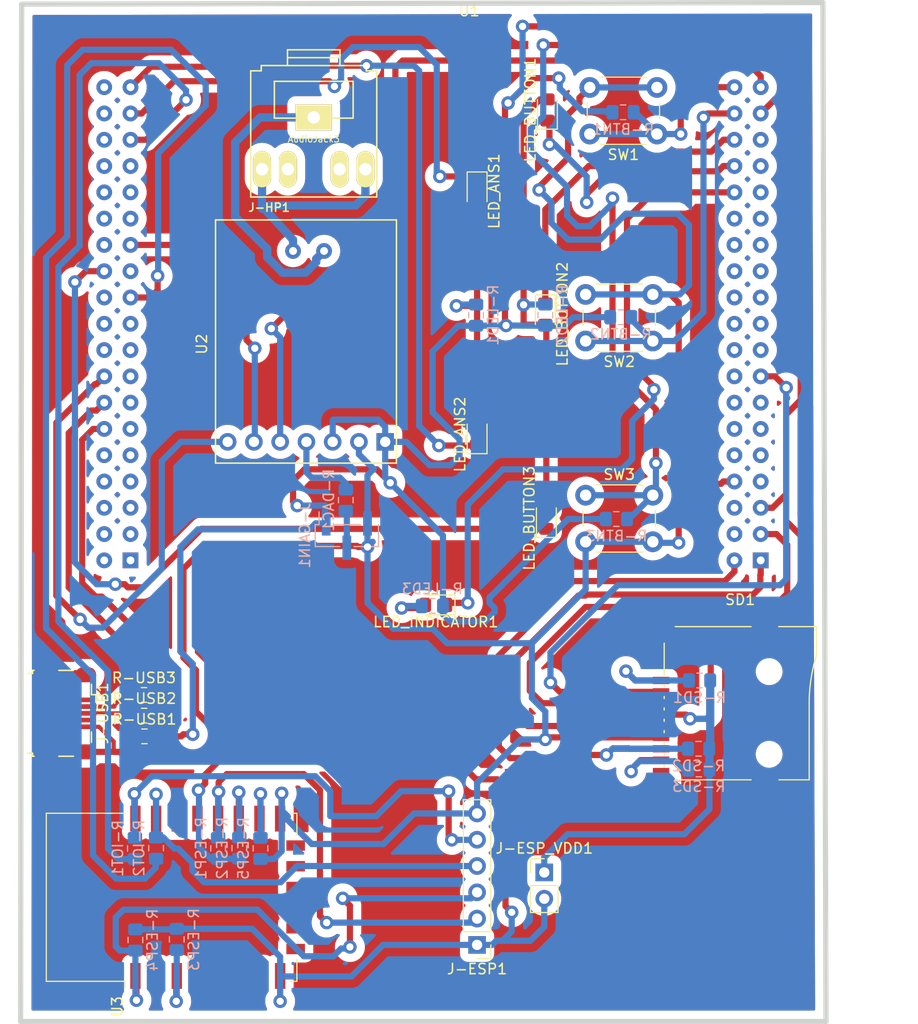
<source format=kicad_pcb>
(kicad_pcb (version 20171130) (host pcbnew 5.1.5)
  (layers (0 F.Cu signal) (31 B.Cu signal) (34 B.Paste user) (35 F.Paste user) (36 B.SilkS user) (37 F.SilkS user) (38 B.Mask user) (39 F.Mask user) (44 Edge.Cuts user))
  (net 0 "")
  (net 1 VDD)
  (net 2 GND)
  (net 3 "Net-(J-GAIN1-Pad2)")
  (net 4 "Net-(J-HP1-PadR)")
  (net 5 "Net-(J-HP1-PadS)")
  (net 6 "Net-(J-USB1-Pad4)")
  (net 7 "Net-(J-USB1-Pad3)")
  (net 8 "Net-(J-USB1-Pad2)")
  (net 9 "Net-(J-USB1-Pad1)")
  (net 10 "Net-(LED_ANS1-Pad2)")
  (net 11 /LED_TRUE)
  (net 12 /LED_FALSE)
  (net 13 "Net-(LED_BUTTON1-Pad2)")
  (net 14 /LED_A)
  (net 15 /LED_B)
  (net 16 /LED_C)
  (net 17 /LED_IND)
  (net 18 "Net-(LED_INDICATOR1-Pad2)")
  (net 19 /BTN_A)
  (net 20 /BTN_B)
  (net 21 /BTN_C)
  (net 22 "Net-(R-DAC1-Pad1)")
  (net 23 "Net-(R-SD1-Pad1)")
  (net 24 /MMC_MISO)
  (net 25 "Net-(R-SD3-Pad1)")
  (net 26 /USB_DP)
  (net 27 /USB_DM)
  (net 28 /MMC_MOSI)
  (net 29 /MMC_SCK)
  (net 30 "Net-(SD1-Pad9)")
  (net 31 /DAC_DIN)
  (net 32 "Net-(U1-Pad76)")
  (net 33 "Net-(U1-Pad74)")
  (net 34 "Net-(U1-Pad72)")
  (net 35 "Net-(U1-Pad70)")
  (net 36 "Net-(U1-Pad68)")
  (net 37 "Net-(U1-Pad66)")
  (net 38 "Net-(U1-Pad64)")
  (net 39 "Net-(U1-Pad60)")
  (net 40 "Net-(U1-Pad58)")
  (net 41 "Net-(U1-Pad56)")
  (net 42 /DAC_LRC)
  (net 43 "Net-(U1-Pad48)")
  (net 44 "Net-(U1-Pad46)")
  (net 45 "Net-(U1-Pad44)")
  (net 46 "Net-(U1-Pad42)")
  (net 47 "Net-(U1-Pad40)")
  (net 48 "Net-(U1-Pad69)")
  (net 49 "Net-(U1-Pad67)")
  (net 50 "Net-(U1-Pad65)")
  (net 51 /DAC_BCLK)
  (net 52 "Net-(U1-Pad61)")
  (net 53 "Net-(U1-Pad57)")
  (net 54 "Net-(U1-Pad55)")
  (net 55 "Net-(U1-Pad53)")
  (net 56 "Net-(U1-Pad51)")
  (net 57 "Net-(U1-Pad49)")
  (net 58 "Net-(U1-Pad47)")
  (net 59 "Net-(U1-Pad45)")
  (net 60 "Net-(U1-Pad43)")
  (net 61 "Net-(U1-Pad41)")
  (net 62 "Net-(U1-Pad39)")
  (net 63 "Net-(U1-Pad33)")
  (net 64 "Net-(U1-Pad31)")
  (net 65 "Net-(U1-Pad29)")
  (net 66 "Net-(U1-Pad27)")
  (net 67 "Net-(U1-Pad25)")
  (net 68 "Net-(U1-Pad23)")
  (net 69 "Net-(U1-Pad21)")
  (net 70 "Net-(U1-Pad19)")
  (net 71 "Net-(U1-Pad17)")
  (net 72 /MMC_NSS)
  (net 73 "Net-(U1-Pad13)")
  (net 74 "Net-(U1-Pad11)")
  (net 75 "Net-(U1-Pad9)")
  (net 76 "Net-(U1-Pad7)")
  (net 77 "Net-(U1-Pad28)")
  (net 78 "Net-(U1-Pad26)")
  (net 79 "Net-(U1-Pad24)")
  (net 80 "Net-(U1-Pad22)")
  (net 81 "Net-(U1-Pad20)")
  (net 82 VCC)
  (net 83 "Net-(U1-Pad16)")
  (net 84 "Net-(U1-Pad14)")
  (net 85 "Net-(U1-Pad12)")
  (net 86 "Net-(U1-Pad10)")
  (net 87 "Net-(U1-Pad6)")
  (net 88 "Net-(U1-Pad4)")
  (net 89 /ESP_VDD)
  (net 90 /ESP_P0)
  (net 91 /ESP_RST)
  (net 92 /ESP_RXD)
  (net 93 /ESP_TXD)
  (net 94 /ESP_P2)
  (net 95 /ESP_EN)
  (net 96 /ESP_P15)
  (net 97 "Net-(U3-Pad2)")
  (net 98 "Net-(U3-Pad4)")
  (net 99 "Net-(U3-Pad5)")
  (net 100 "Net-(U3-Pad6)")
  (net 101 "Net-(U3-Pad7)")
  (net 102 "Net-(U3-Pad9)")
  (net 103 "Net-(U3-Pad10)")
  (net 104 "Net-(U3-Pad11)")
  (net 105 "Net-(U3-Pad12)")
  (net 106 "Net-(U3-Pad13)")
  (net 107 "Net-(U3-Pad14)")
  (net 108 "Net-(U3-Pad19)")
  (net 109 "Net-(U3-Pad20)")
  (net 110 /RXD)
  (net 111 /TXD)
  (module viblab:viblab (layer F.Cu) (at 129.45 101.5)
    (fp_text reference G*** hide)
    (fp_text value LOGO hide)
  )
  (module Connector_PinHeader_2.00mm:PinHeader_1x03_P2.00mm_Vertical_SMD_Pin1Left (layer B.Cu) (at 130.15 89.35 270)
    (fp_text reference J-GAIN1 (at 0 4.06 270) (layer B.SilkS) (effects (justify mirror)))
    (fp_text value Conn_01x03_Male)
    (pad 1 smd rect (at -1.175 2 270) (size 2.35 0.85) (layers B.Cu B.Paste B.Mask) (net 1 VDD))
    (pad 3 smd rect (at -1.175 -2 270) (size 2.35 0.85) (layers B.Cu B.Paste B.Mask) (net 2 GND))
    (pad 2 smd rect (at 1.175 0 270) (size 2.35 0.85) (layers B.Cu B.Paste B.Mask) (net 3 "Net-(J-GAIN1-Pad2)"))
  )
  (module User:Tayda_3.5mm_stereo_TRS_jack_A-853 (layer F.Cu) (at 126.95 50.54)
    (fp_text reference J-HP1 (at -4.318 7.112) (layer F.SilkS) (effects (font (size 0.8 0.8))))
    (fp_text value AudioJack3 (at 0 0.508) (layer F.SilkS) (effects (font (size 0.6 0.6) (thickness 0.1))))
    (pad TD thru_hole oval (at -2.5 3.41) (size 1.75 3.5) (drill 1.2) (layers *.Cu *.Mask F.SilkS))
    (pad RD thru_hole oval (at 2.5 3.41) (size 1.75 3.5) (drill 1.2) (layers *.Cu *.Mask F.SilkS))
    (pad T thru_hole oval (at -5 3.41) (size 1.75 3.5) (drill 1.2) (layers *.Cu *.Mask F.SilkS) (net 4 "Net-(J-HP1-PadR)"))
    (pad R thru_hole oval (at 5 3.41) (size 1.75 3.5) (drill 1.2) (layers *.Cu *.Mask F.SilkS) (net 4 "Net-(J-HP1-PadR)"))
    (pad S thru_hole rect (at 0 -1.596) (size 3.5 2.5) (drill 1.2) (layers *.Cu *.Mask F.SilkS) (net 5 "Net-(J-HP1-PadS)"))
  )
  (module User:MicroUSB (layer F.Cu) (at 103.05 106.525 270)
    (fp_text reference J-USB1 (at 0 -3.5 90) (layer F.SilkS))
    (fp_text value USB_B_Micro)
    (pad 6 smd oval (at 3.875 1.95 270) (size 1.15 1.8) (layers F.Cu F.Paste F.Mask) (net 2 GND))
    (pad 6 smd oval (at -3.875 1.95 270) (size 1.15 1.8) (layers F.Cu F.Paste F.Mask) (net 2 GND))
    (pad 6 smd oval (at 3.725 -1.85 270) (size 1.45 2) (layers F.Cu F.Paste F.Mask) (net 2 GND))
    (pad 6 smd oval (at -3.725 -1.85 270) (size 1.45 2) (layers F.Cu F.Paste F.Mask) (net 2 GND))
    (pad 5 smd rect (at 1.3 -1.9 270) (size 0.45 1.3) (layers F.Cu F.Paste F.Mask) (net 2 GND))
    (pad 4 smd rect (at 0.65 -1.9 270) (size 0.45 1.3) (layers F.Cu F.Paste F.Mask) (net 6 "Net-(J-USB1-Pad4)"))
    (pad 3 smd rect (at 0 -1.9 270) (size 0.45 1.3) (layers F.Cu F.Paste F.Mask) (net 7 "Net-(J-USB1-Pad3)"))
    (pad 2 smd rect (at -0.65 -1.9 270) (size 0.45 1.3) (layers F.Cu F.Paste F.Mask) (net 8 "Net-(J-USB1-Pad2)"))
    (pad 1 smd rect (at -1.3 -1.9 270) (size 0.45 1.3) (layers F.Cu F.Paste F.Mask) (net 9 "Net-(J-USB1-Pad1)"))
  )
  (module LED_SMD:LED_0805_2012Metric_Pad1.15x1.40mm_HandSolder (layer F.Cu) (at 142.75 56.075 270)
    (fp_text reference LED_ANS1 (at 0 -1.65 90) (layer F.SilkS))
    (fp_text value LED)
    (pad 2 smd roundrect (at 1.025 0 270) (size 1.15 1.4) (layers F.Cu F.Paste F.Mask) (roundrect_rratio 0.217391) (net 10 "Net-(LED_ANS1-Pad2)"))
    (pad 1 smd roundrect (at -1.025 0 270) (size 1.15 1.4) (layers F.Cu F.Paste F.Mask) (roundrect_rratio 0.217391) (net 11 /LED_TRUE))
  )
  (module LED_SMD:LED_0805_2012Metric_Pad1.15x1.40mm_HandSolder (layer F.Cu) (at 142.75 79.575 90)
    (fp_text reference LED_ANS2 (at 0 -1.65 90) (layer F.SilkS))
    (fp_text value LED)
    (pad 1 smd roundrect (at -1.025 0 90) (size 1.15 1.4) (layers F.Cu F.Paste F.Mask) (roundrect_rratio 0.217391) (net 12 /LED_FALSE))
    (pad 2 smd roundrect (at 1.025 0 90) (size 1.15 1.4) (layers F.Cu F.Paste F.Mask) (roundrect_rratio 0.217391) (net 10 "Net-(LED_ANS1-Pad2)"))
  )
  (module LED_SMD:LED_0805_2012Metric_Pad1.15x1.40mm_HandSolder (layer F.Cu) (at 149.55 48.225 90)
    (fp_text reference LED_BUTTON1 (at 0 -1.65 90) (layer F.SilkS))
    (fp_text value LED)
    (pad 2 smd roundrect (at 1.025 0 90) (size 1.15 1.4) (layers F.Cu F.Paste F.Mask) (roundrect_rratio 0.217391) (net 13 "Net-(LED_BUTTON1-Pad2)"))
    (pad 1 smd roundrect (at -1.025 0 90) (size 1.15 1.4) (layers F.Cu F.Paste F.Mask) (roundrect_rratio 0.217391) (net 14 /LED_A))
  )
  (module LED_SMD:LED_0805_2012Metric_Pad1.15x1.40mm_HandSolder (layer F.Cu) (at 149.35 67.95 270)
    (fp_text reference LED_BUTTON2 (at 0 -1.65 90) (layer F.SilkS))
    (fp_text value LED)
    (pad 1 smd roundrect (at -1.025 0 270) (size 1.15 1.4) (layers F.Cu F.Paste F.Mask) (roundrect_rratio 0.217391) (net 15 /LED_B))
    (pad 2 smd roundrect (at 1.025 0 270) (size 1.15 1.4) (layers F.Cu F.Paste F.Mask) (roundrect_rratio 0.217391) (net 13 "Net-(LED_BUTTON1-Pad2)"))
  )
  (module LED_SMD:LED_0805_2012Metric_Pad1.15x1.40mm_HandSolder (layer F.Cu) (at 149.45 87.675 90)
    (fp_text reference LED_BUTTON3 (at 0 -1.65 90) (layer F.SilkS))
    (fp_text value LED)
    (pad 2 smd roundrect (at 1.025 0 90) (size 1.15 1.4) (layers F.Cu F.Paste F.Mask) (roundrect_rratio 0.217391) (net 13 "Net-(LED_BUTTON1-Pad2)"))
    (pad 1 smd roundrect (at -1.025 0 90) (size 1.15 1.4) (layers F.Cu F.Paste F.Mask) (roundrect_rratio 0.217391) (net 16 /LED_C))
  )
  (module LED_SMD:LED_0805_2012Metric_Pad1.15x1.40mm_HandSolder (layer F.Cu) (at 138.75 96.05 180)
    (fp_text reference LED_INDICATOR1 (at 0 -1.65) (layer F.SilkS))
    (fp_text value LED)
    (pad 1 smd roundrect (at -1.025 0 180) (size 1.15 1.4) (layers F.Cu F.Paste F.Mask) (roundrect_rratio 0.217391) (net 17 /LED_IND))
    (pad 2 smd roundrect (at 1.025 0 180) (size 1.15 1.4) (layers F.Cu F.Paste F.Mask) (roundrect_rratio 0.217391) (net 18 "Net-(LED_INDICATOR1-Pad2)"))
  )
  (module Resistor_SMD:R_0805_2012Metric_Pad1.15x1.40mm_HandSolder (layer B.Cu) (at 156.875 48.45)
    (fp_text reference R-BTN1 (at 0 1.65) (layer B.SilkS) (effects (justify mirror)))
    (fp_text value 4K7)
    (pad 2 smd roundrect (at 1.025 0) (size 1.15 1.4) (layers B.Cu B.Paste B.Mask) (roundrect_rratio 0.217391) (net 19 /BTN_A))
    (pad 1 smd roundrect (at -1.025 0) (size 1.15 1.4) (layers B.Cu B.Paste B.Mask) (roundrect_rratio 0.217391) (net 1 VDD))
  )
  (module Resistor_SMD:R_0805_2012Metric_Pad1.15x1.40mm_HandSolder (layer B.Cu) (at 156.65 68.25)
    (fp_text reference R-BTN2 (at 0 1.65) (layer B.SilkS) (effects (justify mirror)))
    (fp_text value 4K7)
    (pad 1 smd roundrect (at -1.025 0) (size 1.15 1.4) (layers B.Cu B.Paste B.Mask) (roundrect_rratio 0.217391) (net 1 VDD))
    (pad 2 smd roundrect (at 1.025 0) (size 1.15 1.4) (layers B.Cu B.Paste B.Mask) (roundrect_rratio 0.217391) (net 20 /BTN_B))
  )
  (module Resistor_SMD:R_0805_2012Metric_Pad1.15x1.40mm_HandSolder (layer B.Cu) (at 156.225 87.75)
    (fp_text reference R-BTN3 (at 0 1.65) (layer B.SilkS) (effects (justify mirror)))
    (fp_text value 4K7)
    (pad 2 smd roundrect (at 1.025 0) (size 1.15 1.4) (layers B.Cu B.Paste B.Mask) (roundrect_rratio 0.217391) (net 21 /BTN_C))
    (pad 1 smd roundrect (at -1.025 0) (size 1.15 1.4) (layers B.Cu B.Paste B.Mask) (roundrect_rratio 0.217391) (net 1 VDD))
  )
  (module Resistor_SMD:R_0805_2012Metric_Pad1.15x1.40mm_HandSolder (layer B.Cu) (at 130.05 85.925 270)
    (fp_text reference R-DAC1 (at 0 1.65 90) (layer B.SilkS) (effects (justify mirror)))
    (fp_text value 100K)
    (pad 1 smd roundrect (at -1.025 0 270) (size 1.15 1.4) (layers B.Cu B.Paste B.Mask) (roundrect_rratio 0.217391) (net 22 "Net-(R-DAC1-Pad1)"))
    (pad 2 smd roundrect (at 1.025 0 270) (size 1.15 1.4) (layers B.Cu B.Paste B.Mask) (roundrect_rratio 0.217391) (net 3 "Net-(J-GAIN1-Pad2)"))
  )
  (module Resistor_SMD:R_0805_2012Metric_Pad1.15x1.40mm_HandSolder (layer B.Cu) (at 142.65 68.05 90)
    (fp_text reference R-LED1 (at 0 1.65 90) (layer B.SilkS) (effects (justify mirror)))
    (fp_text value 330)
    (pad 1 smd roundrect (at -1.025 0 90) (size 1.15 1.4) (layers B.Cu B.Paste B.Mask) (roundrect_rratio 0.217391) (net 1 VDD))
    (pad 2 smd roundrect (at 1.025 0 90) (size 1.15 1.4) (layers B.Cu B.Paste B.Mask) (roundrect_rratio 0.217391) (net 10 "Net-(LED_ANS1-Pad2)"))
  )
  (module Resistor_SMD:R_0805_2012Metric_Pad1.15x1.40mm_HandSolder (layer B.Cu) (at 149.35 68.05 90)
    (fp_text reference R-LED2 (at 0 1.65 90) (layer B.SilkS) (effects (justify mirror)))
    (fp_text value 330)
    (pad 1 smd roundrect (at -1.025 0 90) (size 1.15 1.4) (layers B.Cu B.Paste B.Mask) (roundrect_rratio 0.217391) (net 1 VDD))
    (pad 2 smd roundrect (at 1.025 0 90) (size 1.15 1.4) (layers B.Cu B.Paste B.Mask) (roundrect_rratio 0.217391) (net 13 "Net-(LED_BUTTON1-Pad2)"))
  )
  (module Resistor_SMD:R_0805_2012Metric_Pad1.15x1.40mm_HandSolder (layer B.Cu) (at 138.425 96.15 180)
    (fp_text reference R-LED3 (at 0 1.65) (layer B.SilkS) (effects (justify mirror)))
    (fp_text value 330)
    (pad 2 smd roundrect (at 1.025 0 180) (size 1.15 1.4) (layers B.Cu B.Paste B.Mask) (roundrect_rratio 0.217391) (net 18 "Net-(LED_INDICATOR1-Pad2)"))
    (pad 1 smd roundrect (at -1.025 0 180) (size 1.15 1.4) (layers B.Cu B.Paste B.Mask) (roundrect_rratio 0.217391) (net 1 VDD))
  )
  (module Resistor_SMD:R_0805_2012Metric_Pad1.15x1.40mm_HandSolder (layer B.Cu) (at 164.275 103.35)
    (fp_text reference R-SD1 (at 0 1.65) (layer B.SilkS) (effects (justify mirror)))
    (fp_text value 4K7)
    (pad 2 smd roundrect (at 1.025 0) (size 1.15 1.4) (layers B.Cu B.Paste B.Mask) (roundrect_rratio 0.217391) (net 1 VDD))
    (pad 1 smd roundrect (at -1.025 0) (size 1.15 1.4) (layers B.Cu B.Paste B.Mask) (roundrect_rratio 0.217391) (net 23 "Net-(R-SD1-Pad1)"))
  )
  (module Resistor_SMD:R_0805_2012Metric_Pad1.15x1.40mm_HandSolder (layer B.Cu) (at 164.175 109.95)
    (fp_text reference R-SD2 (at 0 1.65) (layer B.SilkS) (effects (justify mirror)))
    (fp_text value 4K7)
    (pad 1 smd roundrect (at -1.025 0) (size 1.15 1.4) (layers B.Cu B.Paste B.Mask) (roundrect_rratio 0.217391) (net 24 /MMC_MISO))
    (pad 2 smd roundrect (at 1.025 0) (size 1.15 1.4) (layers B.Cu B.Paste B.Mask) (roundrect_rratio 0.217391) (net 1 VDD))
  )
  (module Resistor_SMD:R_0805_2012Metric_Pad1.15x1.40mm_HandSolder (layer B.Cu) (at 164.2 111.95)
    (fp_text reference R-SD3 (at 0 1.65) (layer B.SilkS) (effects (justify mirror)))
    (fp_text value 4K7)
    (pad 2 smd roundrect (at 1.025 0) (size 1.15 1.4) (layers B.Cu B.Paste B.Mask) (roundrect_rratio 0.217391) (net 1 VDD))
    (pad 1 smd roundrect (at -1.025 0) (size 1.15 1.4) (layers B.Cu B.Paste B.Mask) (roundrect_rratio 0.217391) (net 25 "Net-(R-SD3-Pad1)"))
  )
  (module Resistor_SMD:R_0805_2012Metric_Pad1.15x1.40mm_HandSolder (layer F.Cu) (at 110.575 108.75)
    (fp_text reference R-USB1 (at 0 -1.65) (layer F.SilkS))
    (fp_text value 4K7)
    (pad 1 smd roundrect (at -1.025 0) (size 1.15 1.4) (layers F.Cu F.Paste F.Mask) (roundrect_rratio 0.217391) (net 7 "Net-(J-USB1-Pad3)"))
    (pad 2 smd roundrect (at 1.025 0) (size 1.15 1.4) (layers F.Cu F.Paste F.Mask) (roundrect_rratio 0.217391) (net 1 VDD))
  )
  (module Resistor_SMD:R_0805_2012Metric_Pad1.15x1.40mm_HandSolder (layer F.Cu) (at 110.55 106.75)
    (fp_text reference R-USB2 (at 0 -1.65) (layer F.SilkS))
    (fp_text value 68)
    (pad 2 smd roundrect (at 1.025 0) (size 1.15 1.4) (layers F.Cu F.Paste F.Mask) (roundrect_rratio 0.217391) (net 26 /USB_DP))
    (pad 1 smd roundrect (at -1.025 0) (size 1.15 1.4) (layers F.Cu F.Paste F.Mask) (roundrect_rratio 0.217391) (net 7 "Net-(J-USB1-Pad3)"))
  )
  (module Resistor_SMD:R_0805_2012Metric_Pad1.15x1.40mm_HandSolder (layer F.Cu) (at 110.525 104.75)
    (fp_text reference R-USB3 (at 0 -1.65) (layer F.SilkS))
    (fp_text value 68)
    (pad 1 smd roundrect (at -1.025 0) (size 1.15 1.4) (layers F.Cu F.Paste F.Mask) (roundrect_rratio 0.217391) (net 8 "Net-(J-USB1-Pad2)"))
    (pad 2 smd roundrect (at 1.025 0) (size 1.15 1.4) (layers F.Cu F.Paste F.Mask) (roundrect_rratio 0.217391) (net 27 /USB_DM))
  )
  (module OPL_Connector:MICRO-SD9+4P-SMD-16.1X14.5X1.85MM (layer F.Cu) (at 168.25 105.55)
    (fp_text reference SD1 (at -0.05 -10) (layer F.SilkS))
    (fp_text value MICRO-SD-CARD-SOCKET-9P_ST-TF-003A_)
    (pad 1 smd rect (at -7.7 -2.2) (size 1.59766 0.7) (layers F.Cu F.Paste F.Mask) (net 23 "Net-(R-SD1-Pad1)"))
    (pad 2 smd rect (at -7.7 -1.1 180) (size 1.59766 0.7) (layers F.Cu F.Paste F.Mask) (net 72 /MMC_NSS))
    (pad 3 smd rect (at -7.7 0) (size 1.59766 0.7) (layers F.Cu F.Paste F.Mask) (net 28 /MMC_MOSI))
    (pad 4 smd rect (at -7.7 1.1) (size 1.59766 0.7) (layers F.Cu F.Paste F.Mask) (net 1 VDD))
    (pad 5 smd rect (at -7.7 2.2) (size 1.59766 0.7) (layers F.Cu F.Paste F.Mask) (net 29 /MMC_SCK))
    (pad 6 smd rect (at -7.7 3.3) (size 1.59766 0.7) (layers F.Cu F.Paste F.Mask) (net 2 GND))
    (pad 7 smd rect (at -7.7 4.4) (size 1.59766 0.7) (layers F.Cu F.Paste F.Mask) (net 24 /MMC_MISO))
    (pad 8 smd rect (at -7.7 5.5) (size 1.59766 0.7) (layers F.Cu F.Paste F.Mask) (net 25 "Net-(R-SD3-Pad1)"))
    (pad 9 smd rect (at -7.7 6.6) (size 1.59766 0.7) (layers F.Cu F.Paste F.Mask) (net 30 "Net-(SD1-Pad9)"))
    (pad 12 smd rect (at -7.25 7.75) (size 1.4 1.2) (layers F.Cu F.Paste F.Mask))
    (pad 13 smd rect (at 2.35 7.75) (size 2.2 1.2) (layers F.Cu F.Paste F.Mask))
    (pad 11 smd rect (at 2.35 -7.75) (size 2.19964 1.39954) (layers F.Cu F.Paste F.Mask))
    (pad 10 smd rect (at -7.25 -6.85) (size 1.4 1.79832) (layers F.Cu F.Paste F.Mask))
    (pad "" np_thru_hole circle (at 2.75 -3.05) (size 1 1) (drill 1) (layers *.Cu *.Mask))
    (pad "" np_thru_hole circle (at 2.75 4.93) (size 1 1) (drill 1) (layers *.Cu *.Mask))
  )
  (module Button_Switch_THT:SW_PUSH_6mm (layer F.Cu) (at 160.15 50.55 180)
    (fp_text reference SW1 (at 3.25 -2) (layer F.SilkS))
    (fp_text value SW_Push)
    (pad 2 thru_hole circle (at 0 4.5 270) (size 2 2) (drill 1.1) (layers *.Cu *.Mask) (net 2 GND))
    (pad 1 thru_hole circle (at 0 0 270) (size 2 2) (drill 1.1) (layers *.Cu *.Mask) (net 19 /BTN_A))
    (pad 2 thru_hole circle (at 6.5 4.5 270) (size 2 2) (drill 1.1) (layers *.Cu *.Mask) (net 2 GND))
    (pad 1 thru_hole circle (at 6.5 0 270) (size 2 2) (drill 1.1) (layers *.Cu *.Mask) (net 19 /BTN_A))
  )
  (module Button_Switch_THT:SW_PUSH_6mm (layer F.Cu) (at 159.75 70.55 180)
    (fp_text reference SW2 (at 3.25 -2) (layer F.SilkS))
    (fp_text value SW_Push)
    (pad 1 thru_hole circle (at 6.5 0 270) (size 2 2) (drill 1.1) (layers *.Cu *.Mask) (net 20 /BTN_B))
    (pad 2 thru_hole circle (at 6.5 4.5 270) (size 2 2) (drill 1.1) (layers *.Cu *.Mask) (net 2 GND))
    (pad 1 thru_hole circle (at 0 0 270) (size 2 2) (drill 1.1) (layers *.Cu *.Mask) (net 20 /BTN_B))
    (pad 2 thru_hole circle (at 0 4.5 270) (size 2 2) (drill 1.1) (layers *.Cu *.Mask) (net 2 GND))
  )
  (module Button_Switch_THT:SW_PUSH_6mm (layer F.Cu) (at 153.25 85.45)
    (fp_text reference SW3 (at 3.25 -2) (layer F.SilkS))
    (fp_text value SW_Push)
    (pad 2 thru_hole circle (at 0 4.5 90) (size 2 2) (drill 1.1) (layers *.Cu *.Mask) (net 2 GND))
    (pad 1 thru_hole circle (at 0 0 90) (size 2 2) (drill 1.1) (layers *.Cu *.Mask) (net 21 /BTN_C))
    (pad 2 thru_hole circle (at 6.5 4.5 90) (size 2 2) (drill 1.1) (layers *.Cu *.Mask) (net 2 GND))
    (pad 1 thru_hole circle (at 6.5 0 90) (size 2 2) (drill 1.1) (layers *.Cu *.Mask) (net 21 /BTN_C))
  )
  (module User:Nucleo-64 (layer F.Cu) (at 170.184999 46.024962 180)
    (fp_text reference U1 (at 28.194 7.366) (layer F.SilkS))
    (fp_text value NUCLEO-64)
    (pad 37 thru_hole circle (at 0 0 180) (size 1.524 1.524) (drill 0.762) (layers *.Cu *.Mask) (net 31 /DAC_DIN))
    (pad 38 thru_hole circle (at 2.54 0 180) (size 1.524 1.524) (drill 0.762) (layers *.Cu *.Mask) (net 19 /BTN_A))
    (pad 76 thru_hole circle (at 63.5 0 180) (size 1.524 1.524) (drill 0.762) (layers *.Cu *.Mask) (net 32 "Net-(U1-Pad76)"))
    (pad 75 thru_hole circle (at 60.96 0 180) (size 1.524 1.524) (drill 0.762) (layers *.Cu *.Mask) (net 12 /LED_FALSE))
    (pad 74 thru_hole circle (at 63.5 -2.54 180) (size 1.524 1.524) (drill 0.762) (layers *.Cu *.Mask) (net 33 "Net-(U1-Pad74)"))
    (pad 72 thru_hole circle (at 63.5 -5.08 180) (size 1.524 1.524) (drill 0.762) (layers *.Cu *.Mask) (net 34 "Net-(U1-Pad72)"))
    (pad 70 thru_hole circle (at 63.5 -7.62 180) (size 1.524 1.524) (drill 0.762) (layers *.Cu *.Mask) (net 35 "Net-(U1-Pad70)"))
    (pad 68 thru_hole circle (at 63.5 -10.16 180) (size 1.524 1.524) (drill 0.762) (layers *.Cu *.Mask) (net 36 "Net-(U1-Pad68)"))
    (pad 66 thru_hole circle (at 63.5 -12.7 180) (size 1.524 1.524) (drill 0.762) (layers *.Cu *.Mask) (net 37 "Net-(U1-Pad66)"))
    (pad 64 thru_hole circle (at 63.5 -15.24 180) (size 1.524 1.524) (drill 0.762) (layers *.Cu *.Mask) (net 38 "Net-(U1-Pad64)"))
    (pad 62 thru_hole circle (at 63.5 -17.78 180) (size 1.524 1.524) (drill 0.762) (layers *.Cu *.Mask) (net 16 /LED_C))
    (pad 60 thru_hole circle (at 63.5 -20.32 180) (size 1.524 1.524) (drill 0.762) (layers *.Cu *.Mask) (net 39 "Net-(U1-Pad60)"))
    (pad 58 thru_hole circle (at 63.5 -22.86 180) (size 1.524 1.524) (drill 0.762) (layers *.Cu *.Mask) (net 40 "Net-(U1-Pad58)"))
    (pad 56 thru_hole circle (at 63.5 -25.4 180) (size 1.524 1.524) (drill 0.762) (layers *.Cu *.Mask) (net 41 "Net-(U1-Pad56)"))
    (pad 54 thru_hole circle (at 63.5 -27.94 180) (size 1.524 1.524) (drill 0.762) (layers *.Cu *.Mask) (net 42 /DAC_LRC))
    (pad 52 thru_hole circle (at 63.5 -30.48 180) (size 1.524 1.524) (drill 0.762) (layers *.Cu *.Mask) (net 27 /USB_DM))
    (pad 50 thru_hole circle (at 63.5 -33.02 180) (size 1.524 1.524) (drill 0.762) (layers *.Cu *.Mask) (net 26 /USB_DP))
    (pad 48 thru_hole circle (at 63.5 -35.56 180) (size 1.524 1.524) (drill 0.762) (layers *.Cu *.Mask) (net 43 "Net-(U1-Pad48)"))
    (pad 46 thru_hole circle (at 63.5 -38.1 180) (size 1.524 1.524) (drill 0.762) (layers *.Cu *.Mask) (net 44 "Net-(U1-Pad46)"))
    (pad 44 thru_hole circle (at 63.5 -40.64 180) (size 1.524 1.524) (drill 0.762) (layers *.Cu *.Mask) (net 45 "Net-(U1-Pad44)"))
    (pad 42 thru_hole circle (at 63.5 -43.18 180) (size 1.524 1.524) (drill 0.762) (layers *.Cu *.Mask) (net 46 "Net-(U1-Pad42)"))
    (pad 40 thru_hole circle (at 63.5 -45.72 180) (size 1.524 1.524) (drill 0.762) (layers *.Cu *.Mask) (net 47 "Net-(U1-Pad40)"))
    (pad 73 thru_hole circle (at 60.96 -2.54 180) (size 1.524 1.524) (drill 0.762) (layers *.Cu *.Mask) (net 11 /LED_TRUE))
    (pad 71 thru_hole circle (at 60.96 -5.08 180) (size 1.524 1.524) (drill 0.762) (layers *.Cu *.Mask) (net 110 /RXD))
    (pad 69 thru_hole circle (at 60.96 -7.62 180) (size 1.524 1.524) (drill 0.762) (layers *.Cu *.Mask) (net 48 "Net-(U1-Pad69)"))
    (pad 67 thru_hole circle (at 60.96 -10.16 180) (size 1.524 1.524) (drill 0.762) (layers *.Cu *.Mask) (net 49 "Net-(U1-Pad67)"))
    (pad 65 thru_hole circle (at 60.96 -12.7 180) (size 1.524 1.524) (drill 0.762) (layers *.Cu *.Mask) (net 50 "Net-(U1-Pad65)"))
    (pad 63 thru_hole circle (at 60.96 -15.24 180) (size 1.524 1.524) (drill 0.762) (layers *.Cu *.Mask) (net 51 /DAC_BCLK))
    (pad 61 thru_hole circle (at 60.96 -17.78 180) (size 1.524 1.524) (drill 0.762) (layers *.Cu *.Mask) (net 52 "Net-(U1-Pad61)"))
    (pad 59 thru_hole circle (at 60.96 -20.32 180) (size 1.524 1.524) (drill 0.762) (layers *.Cu *.Mask) (net 111 /TXD))
    (pad 57 thru_hole circle (at 60.96 -22.86 180) (size 1.524 1.524) (drill 0.762) (layers *.Cu *.Mask) (net 53 "Net-(U1-Pad57)"))
    (pad 55 thru_hole circle (at 60.96 -25.4 180) (size 1.524 1.524) (drill 0.762) (layers *.Cu *.Mask) (net 54 "Net-(U1-Pad55)"))
    (pad 53 thru_hole circle (at 60.96 -27.94 180) (size 1.524 1.524) (drill 0.762) (layers *.Cu *.Mask) (net 55 "Net-(U1-Pad53)"))
    (pad 51 thru_hole circle (at 60.96 -30.48 180) (size 1.524 1.524) (drill 0.762) (layers *.Cu *.Mask) (net 56 "Net-(U1-Pad51)"))
    (pad 49 thru_hole circle (at 60.96 -33.02 180) (size 1.524 1.524) (drill 0.762) (layers *.Cu *.Mask) (net 57 "Net-(U1-Pad49)"))
    (pad 47 thru_hole circle (at 60.96 -35.56 180) (size 1.524 1.524) (drill 0.762) (layers *.Cu *.Mask) (net 58 "Net-(U1-Pad47)"))
    (pad 45 thru_hole circle (at 60.96 -38.1 180) (size 1.524 1.524) (drill 0.762) (layers *.Cu *.Mask) (net 59 "Net-(U1-Pad45)"))
    (pad 43 thru_hole circle (at 60.96 -40.64 180) (size 1.524 1.524) (drill 0.762) (layers *.Cu *.Mask) (net 60 "Net-(U1-Pad43)"))
    (pad 41 thru_hole circle (at 60.96 -43.18 180) (size 1.524 1.524) (drill 0.762) (layers *.Cu *.Mask) (net 61 "Net-(U1-Pad41)"))
    (pad 39 thru_hole rect (at 60.96 -45.72 180) (size 1.524 1.524) (drill 0.762) (layers *.Cu *.Mask) (net 62 "Net-(U1-Pad39)"))
    (pad 35 thru_hole circle (at 0 -2.54 180) (size 1.524 1.524) (drill 0.762) (layers *.Cu *.Mask) (net 21 /BTN_C))
    (pad 33 thru_hole circle (at 0 -5.08 180) (size 1.524 1.524) (drill 0.762) (layers *.Cu *.Mask) (net 63 "Net-(U1-Pad33)"))
    (pad 31 thru_hole circle (at 0 -7.62 180) (size 1.524 1.524) (drill 0.762) (layers *.Cu *.Mask) (net 64 "Net-(U1-Pad31)"))
    (pad 29 thru_hole circle (at 0 -10.16 180) (size 1.524 1.524) (drill 0.762) (layers *.Cu *.Mask) (net 65 "Net-(U1-Pad29)"))
    (pad 27 thru_hole circle (at 0 -12.7 180) (size 1.524 1.524) (drill 0.762) (layers *.Cu *.Mask) (net 66 "Net-(U1-Pad27)"))
    (pad 25 thru_hole circle (at 0 -15.24 180) (size 1.524 1.524) (drill 0.762) (layers *.Cu *.Mask) (net 67 "Net-(U1-Pad25)"))
    (pad 23 thru_hole circle (at 0 -17.78 180) (size 1.524 1.524) (drill 0.762) (layers *.Cu *.Mask) (net 68 "Net-(U1-Pad23)"))
    (pad 21 thru_hole circle (at 0 -20.32 180) (size 1.524 1.524) (drill 0.762) (layers *.Cu *.Mask) (net 69 "Net-(U1-Pad21)"))
    (pad 19 thru_hole circle (at 0 -22.86 180) (size 1.524 1.524) (drill 0.762) (layers *.Cu *.Mask) (net 70 "Net-(U1-Pad19)"))
    (pad 17 thru_hole circle (at 0 -25.4 180) (size 1.524 1.524) (drill 0.762) (layers *.Cu *.Mask) (net 71 "Net-(U1-Pad17)"))
    (pad 15 thru_hole circle (at 0 -27.94 180) (size 1.524 1.524) (drill 0.762) (layers *.Cu *.Mask) (net 72 /MMC_NSS))
    (pad 13 thru_hole circle (at 0 -30.48 180) (size 1.524 1.524) (drill 0.762) (layers *.Cu *.Mask) (net 73 "Net-(U1-Pad13)"))
    (pad 11 thru_hole circle (at 0 -33.02 180) (size 1.524 1.524) (drill 0.762) (layers *.Cu *.Mask) (net 74 "Net-(U1-Pad11)"))
    (pad 9 thru_hole circle (at 0 -35.56 180) (size 1.524 1.524) (drill 0.762) (layers *.Cu *.Mask) (net 75 "Net-(U1-Pad9)"))
    (pad 7 thru_hole circle (at 0 -38.1 180) (size 1.524 1.524) (drill 0.762) (layers *.Cu *.Mask) (net 76 "Net-(U1-Pad7)"))
    (pad 5 thru_hole circle (at 0 -40.64 180) (size 1.524 1.524) (drill 0.762) (layers *.Cu *.Mask) (net 1 VDD))
    (pad 3 thru_hole circle (at 0 -43.18 180) (size 1.524 1.524) (drill 0.762) (layers *.Cu *.Mask) (net 28 /MMC_MOSI))
    (pad 1 thru_hole rect (at 0 -45.72 180) (size 1.524 1.524) (drill 0.762) (layers *.Cu *.Mask) (net 29 /MMC_SCK))
    (pad 36 thru_hole circle (at 2.54 -2.54 180) (size 1.524 1.524) (drill 0.762) (layers *.Cu *.Mask) (net 20 /BTN_B))
    (pad 34 thru_hole circle (at 2.54 -5.08 180) (size 1.524 1.524) (drill 0.762) (layers *.Cu *.Mask) (net 15 /LED_B))
    (pad 32 thru_hole circle (at 2.54 -7.62 180) (size 1.524 1.524) (drill 0.762) (layers *.Cu *.Mask) (net 14 /LED_A))
    (pad 30 thru_hole circle (at 2.54 -10.16 180) (size 1.524 1.524) (drill 0.762) (layers *.Cu *.Mask) (net 17 /LED_IND))
    (pad 28 thru_hole circle (at 2.54 -12.7 180) (size 1.524 1.524) (drill 0.762) (layers *.Cu *.Mask) (net 77 "Net-(U1-Pad28)"))
    (pad 26 thru_hole circle (at 2.54 -15.24 180) (size 1.524 1.524) (drill 0.762) (layers *.Cu *.Mask) (net 78 "Net-(U1-Pad26)"))
    (pad 24 thru_hole circle (at 2.54 -17.78 180) (size 1.524 1.524) (drill 0.762) (layers *.Cu *.Mask) (net 79 "Net-(U1-Pad24)"))
    (pad 22 thru_hole circle (at 2.54 -20.32 180) (size 1.524 1.524) (drill 0.762) (layers *.Cu *.Mask) (net 80 "Net-(U1-Pad22)"))
    (pad 20 thru_hole circle (at 2.54 -22.86 180) (size 1.524 1.524) (drill 0.762) (layers *.Cu *.Mask) (net 81 "Net-(U1-Pad20)"))
    (pad 18 thru_hole circle (at 2.54 -25.4 180) (size 1.524 1.524) (drill 0.762) (layers *.Cu *.Mask) (net 82 VCC))
    (pad 16 thru_hole circle (at 2.54 -27.94 180) (size 1.524 1.524) (drill 0.762) (layers *.Cu *.Mask) (net 83 "Net-(U1-Pad16)"))
    (pad 14 thru_hole circle (at 2.54 -30.48 180) (size 1.524 1.524) (drill 0.762) (layers *.Cu *.Mask) (net 84 "Net-(U1-Pad14)"))
    (pad 12 thru_hole circle (at 2.54 -33.02 180) (size 1.524 1.524) (drill 0.762) (layers *.Cu *.Mask) (net 85 "Net-(U1-Pad12)"))
    (pad 10 thru_hole circle (at 2.54 -35.56 180) (size 1.524 1.524) (drill 0.762) (layers *.Cu *.Mask) (net 86 "Net-(U1-Pad10)"))
    (pad 8 thru_hole circle (at 2.54 -38.1 180) (size 1.524 1.524) (drill 0.762) (layers *.Cu *.Mask) (net 2 GND))
    (pad 6 thru_hole circle (at 2.54 -40.64 180) (size 1.524 1.524) (drill 0.762) (layers *.Cu *.Mask) (net 87 "Net-(U1-Pad6)"))
    (pad 4 thru_hole circle (at 2.54 -43.18 180) (size 1.524 1.524) (drill 0.762) (layers *.Cu *.Mask) (net 88 "Net-(U1-Pad4)"))
    (pad 2 thru_hole circle (at 2.54 -45.72 180) (size 1.524 1.524) (drill 0.762) (layers *.Cu *.Mask) (net 24 /MMC_MISO))
  )
  (module dacmax98:dacmax98357 (layer F.Cu) (at 126.45 70.85 90)
    (fp_text reference U2 (at 0 -10.33 90) (layer F.SilkS))
    (fp_text value MAX98357_DAC)
    (pad 1 thru_hole rect (at -9.44361 7.412888 270) (size 1.7 1.7) (drill 1) (layers *.Cu *.Mask) (net 1 VDD))
    (pad 2 thru_hole oval (at -9.44361 4.872888 270) (size 1.7 1.7) (drill 1) (layers *.Cu *.Mask) (net 2 GND))
    (pad 3 thru_hole oval (at -9.44361 2.332888 270) (size 1.7 1.7) (drill 1) (layers *.Cu *.Mask) (net 1 VDD))
    (pad 4 thru_hole oval (at -9.44361 -0.207112 270) (size 1.7 1.7) (drill 1) (layers *.Cu *.Mask) (net 22 "Net-(R-DAC1-Pad1)"))
    (pad 5 thru_hole oval (at -9.44361 -2.747112 270) (size 1.7 1.7) (drill 1) (layers *.Cu *.Mask) (net 31 /DAC_DIN))
    (pad 6 thru_hole oval (at -9.44361 -5.287112 270) (size 1.7 1.7) (drill 1) (layers *.Cu *.Mask) (net 51 /DAC_BCLK))
    (pad 7 thru_hole oval (at -9.44361 -7.827112 270) (size 1.7 1.7) (drill 1) (layers *.Cu *.Mask) (net 42 /DAC_LRC))
    (pad 8 thru_hole circle (at 9 1.5 90) (size 1.524 1.524) (drill 0.762) (layers *.Cu *.Mask) (net 5 "Net-(J-HP1-PadS)"))
    (pad 9 thru_hole circle (at 9 -1.5 90) (size 1.524 1.524) (drill 0.762) (layers *.Cu *.Mask) (net 4 "Net-(J-HP1-PadR)"))
  )
  (module Connector_PinHeader_2.54mm:PinHeader_1x06_P2.54mm_Vertical (layer F.Cu) (at 142.75 128.9 180)
    (fp_text reference J-ESP1 (at 0 -2.33) (layer F.SilkS))
    (fp_text value Conn_01x06_Male)
    (pad 1 thru_hole rect (at 0 0 180) (size 1.7 1.7) (drill 1) (layers *.Cu *.Mask) (net 89 /ESP_VDD))
    (pad 2 thru_hole oval (at 0 2.54 180) (size 1.7 1.7) (drill 1) (layers *.Cu *.Mask) (net 90 /ESP_P0))
    (pad 3 thru_hole oval (at 0 5.08 180) (size 1.7 1.7) (drill 1) (layers *.Cu *.Mask) (net 91 /ESP_RST))
    (pad 4 thru_hole oval (at 0 7.62 180) (size 1.7 1.7) (drill 1) (layers *.Cu *.Mask) (net 92 /ESP_RXD))
    (pad 5 thru_hole oval (at 0 10.16 180) (size 1.7 1.7) (drill 1) (layers *.Cu *.Mask) (net 93 /ESP_TXD))
    (pad 6 thru_hole oval (at 0 12.7 180) (size 1.7 1.7) (drill 1) (layers *.Cu *.Mask) (net 2 GND))
  )
  (module Connector_PinHeader_2.54mm:PinHeader_1x02_P2.54mm_Vertical (layer F.Cu) (at 149.25 121.9)
    (fp_text reference J-ESP_VDD1 (at 0 -2.33) (layer F.SilkS))
    (fp_text value Conn_01x02_Male)
    (pad 1 thru_hole rect (at 0 0) (size 1.7 1.7) (drill 1) (layers *.Cu *.Mask) (net 1 VDD))
    (pad 2 thru_hole oval (at 0 2.54) (size 1.7 1.7) (drill 1) (layers *.Cu *.Mask) (net 89 /ESP_VDD))
  )
  (module Resistor_SMD:R_0805_2012Metric_Pad1.15x1.40mm_HandSolder (layer B.Cu) (at 117.7 119.575 270)
    (fp_text reference R-ESP1 (at 0 1.65 270) (layer B.SilkS) (effects (justify mirror)))
    (fp_text value 4K7)
    (pad 1 smd roundrect (at -1.025 0 270) (size 1.15 1.4) (layers B.Cu B.Paste B.Mask) (roundrect_rratio 0.217391) (net 90 /ESP_P0))
    (pad 2 smd roundrect (at 1.025 0 270) (size 1.15 1.4) (layers B.Cu B.Paste B.Mask) (roundrect_rratio 0.217391) (net 89 /ESP_VDD))
  )
  (module Resistor_SMD:R_0805_2012Metric_Pad1.15x1.40mm_HandSolder (layer B.Cu) (at 119.75 119.55 270)
    (fp_text reference R-ESP2 (at 0 1.65 90) (layer B.SilkS) (effects (justify mirror)))
    (fp_text value 4K7)
    (pad 1 smd roundrect (at -1.025 0 270) (size 1.15 1.4) (layers B.Cu B.Paste B.Mask) (roundrect_rratio 0.217391) (net 94 /ESP_P2))
    (pad 2 smd roundrect (at 1.025 0 270) (size 1.15 1.4) (layers B.Cu B.Paste B.Mask) (roundrect_rratio 0.217391) (net 89 /ESP_VDD))
  )
  (module Resistor_SMD:R_0805_2012Metric_Pad1.15x1.40mm_HandSolder (layer B.Cu) (at 113.7 128.375 90)
    (fp_text reference R-ESP3 (at 0 1.65 90) (layer B.SilkS) (effects (justify mirror)))
    (fp_text value 4K7)
    (pad 2 smd roundrect (at 1.025 0 90) (size 1.15 1.4) (layers B.Cu B.Paste B.Mask) (roundrect_rratio 0.217391) (net 89 /ESP_VDD))
    (pad 1 smd roundrect (at -1.025 0 90) (size 1.15 1.4) (layers B.Cu B.Paste B.Mask) (roundrect_rratio 0.217391) (net 95 /ESP_EN))
  )
  (module Resistor_SMD:R_0805_2012Metric_Pad1.15x1.40mm_HandSolder (layer B.Cu) (at 109.7 128.425 90)
    (fp_text reference R-ESP4 (at 0 1.65 90) (layer B.SilkS) (effects (justify mirror)))
    (fp_text value 4K7)
    (pad 1 smd roundrect (at -1.025 0 90) (size 1.15 1.4) (layers B.Cu B.Paste B.Mask) (roundrect_rratio 0.217391) (net 91 /ESP_RST))
    (pad 2 smd roundrect (at 1.025 0 90) (size 1.15 1.4) (layers B.Cu B.Paste B.Mask) (roundrect_rratio 0.217391) (net 89 /ESP_VDD))
  )
  (module Resistor_SMD:R_0805_2012Metric_Pad1.15x1.40mm_HandSolder (layer B.Cu) (at 121.8 119.575 270)
    (fp_text reference R-ESP5 (at 0 1.65 270) (layer B.SilkS) (effects (justify mirror)))
    (fp_text value 4K7)
    (pad 2 smd roundrect (at 1.025 0 270) (size 1.15 1.4) (layers B.Cu B.Paste B.Mask) (roundrect_rratio 0.217391) (net 2 GND))
    (pad 1 smd roundrect (at -1.025 0 270) (size 1.15 1.4) (layers B.Cu B.Paste B.Mask) (roundrect_rratio 0.217391) (net 96 /ESP_P15))
  )
  (module RF_Module:ESP-12E (layer F.Cu) (at 113.2 124.3 90)
    (fp_text reference U3 (at -10.56 -5.26 90) (layer F.SilkS))
    (fp_text value ESP-12E)
    (pad 1 smd rect (at -7.6 -3.5 90) (size 2.5 1) (layers F.Cu F.Paste F.Mask) (net 91 /ESP_RST))
    (pad 2 smd rect (at -7.6 -1.5 90) (size 2.5 1) (layers F.Cu F.Paste F.Mask) (net 97 "Net-(U3-Pad2)"))
    (pad 3 smd rect (at -7.6 0.5 90) (size 2.5 1) (layers F.Cu F.Paste F.Mask) (net 95 /ESP_EN))
    (pad 4 smd rect (at -7.6 2.5 90) (size 2.5 1) (layers F.Cu F.Paste F.Mask) (net 98 "Net-(U3-Pad4)"))
    (pad 5 smd rect (at -7.6 4.5 90) (size 2.5 1) (layers F.Cu F.Paste F.Mask) (net 99 "Net-(U3-Pad5)"))
    (pad 6 smd rect (at -7.6 6.5 90) (size 2.5 1) (layers F.Cu F.Paste F.Mask) (net 100 "Net-(U3-Pad6)"))
    (pad 7 smd rect (at -7.6 8.5 90) (size 2.5 1) (layers F.Cu F.Paste F.Mask) (net 101 "Net-(U3-Pad7)"))
    (pad 8 smd rect (at -7.6 10.5 90) (size 2.5 1) (layers F.Cu F.Paste F.Mask) (net 89 /ESP_VDD))
    (pad 9 smd rect (at -5 12 90) (size 1 1.8) (layers F.Cu F.Paste F.Mask) (net 102 "Net-(U3-Pad9)"))
    (pad 10 smd rect (at -3 12 90) (size 1 1.8) (layers F.Cu F.Paste F.Mask) (net 103 "Net-(U3-Pad10)"))
    (pad 11 smd rect (at -1 12 90) (size 1 1.8) (layers F.Cu F.Paste F.Mask) (net 104 "Net-(U3-Pad11)"))
    (pad 12 smd rect (at 1 12 90) (size 1 1.8) (layers F.Cu F.Paste F.Mask) (net 105 "Net-(U3-Pad12)"))
    (pad 13 smd rect (at 3 12 90) (size 1 1.8) (layers F.Cu F.Paste F.Mask) (net 106 "Net-(U3-Pad13)"))
    (pad 14 smd rect (at 5 12 90) (size 1 1.8) (layers F.Cu F.Paste F.Mask) (net 107 "Net-(U3-Pad14)"))
    (pad 15 smd rect (at 7.6 10.5 90) (size 2.5 1) (layers F.Cu F.Paste F.Mask) (net 2 GND))
    (pad 16 smd rect (at 7.6 8.5 90) (size 2.5 1) (layers F.Cu F.Paste F.Mask) (net 96 /ESP_P15))
    (pad 17 smd rect (at 7.6 6.5 90) (size 2.5 1) (layers F.Cu F.Paste F.Mask) (net 94 /ESP_P2))
    (pad 18 smd rect (at 7.6 4.5 90) (size 2.5 1) (layers F.Cu F.Paste F.Mask) (net 90 /ESP_P0))
    (pad 19 smd rect (at 7.6 2.5 90) (size 2.5 1) (layers F.Cu F.Paste F.Mask) (net 108 "Net-(U3-Pad19)"))
    (pad 20 smd rect (at 7.6 0.5 90) (size 2.5 1) (layers F.Cu F.Paste F.Mask) (net 109 "Net-(U3-Pad20)"))
    (pad 21 smd rect (at 7.6 -1.5 90) (size 2.5 1) (layers F.Cu F.Paste F.Mask) (net 92 /ESP_RXD))
    (pad 22 smd rect (at 7.6 -3.5 90) (size 2.5 1) (layers F.Cu F.Paste F.Mask) (net 93 /ESP_TXD))
  )
  (module Resistor_SMD:R_0805_2012Metric_Pad1.15x1.40mm_HandSolder (layer B.Cu) (at 109.65 119.575 270)
    (fp_text reference R-IOT1 (at 0 1.65 90) (layer B.SilkS) (effects (justify mirror)))
    (fp_text value 0)
    (pad 1 smd roundrect (at -1.025 0 270) (size 1.15 1.4) (layers B.Cu B.Paste B.Mask) (roundrect_rratio 0.217391) (net 93 /ESP_TXD))
    (pad 2 smd roundrect (at 1.025 0 270) (size 1.15 1.4) (layers B.Cu B.Paste B.Mask) (roundrect_rratio 0.217391) (net 110 /RXD))
  )
  (module Resistor_SMD:R_0805_2012Metric_Pad1.15x1.40mm_HandSolder (layer B.Cu) (at 111.7 119.55 270)
    (fp_text reference R-IOT2 (at 0 1.65 90) (layer B.SilkS) (effects (justify mirror)))
    (fp_text value 0)
    (pad 2 smd roundrect (at 1.025 0 270) (size 1.15 1.4) (layers B.Cu B.Paste B.Mask) (roundrect_rratio 0.217391) (net 111 /TXD))
    (pad 1 smd roundrect (at -1.025 0 270) (size 1.15 1.4) (layers B.Cu B.Paste B.Mask) (roundrect_rratio 0.217391) (net 92 /ESP_RXD))
  )
  (gr_line (start 98.6 136.3) (end 98.7 38) (layer Edge.Cuts) (width 0.5))
  (gr_line (start 176.5 136.3) (end 98.6 136.3) (layer Edge.Cuts) (width 0.5))
  (gr_line (start 176.2 37.85) (end 176.5 136.3) (layer Edge.Cuts) (width 0.5))
  (gr_line (start 98.7 38) (end 176.2 37.85) (layer Edge.Cuts) (width 0.5))
  (segment (start 165.225 109.975) (end 165.2 109.95) (width 0.8) (layer B.Cu) (net 1))
  (segment (start 165.225 111.95) (end 165.225 109.975) (width 0.8) (layer B.Cu) (net 1))
  (segment (start 165.3 109.85) (end 165.2 109.95) (width 0.8) (layer B.Cu) (net 1))
  (segment (start 160.55 106.65) (end 157.65 106.65) (width 0.6) (layer F.Cu) (net 1))
  (via (at 163.35 107.05) (size 1.3) (drill 0.7) (layers F.Cu B.Cu) (net 1))
  (segment (start 160.55 106.65) (end 162.95 106.65) (width 0.6) (layer F.Cu) (net 1))
  (segment (start 162.95 106.65) (end 163.35 107.05) (width 0.6) (layer F.Cu) (net 1))
  (segment (start 165.05 107.05) (end 163.35 107.05) (width 0.6) (layer B.Cu) (net 1))
  (segment (start 165.3 107.3) (end 165.05 107.05) (width 0.6) (layer B.Cu) (net 1))
  (segment (start 165.3 107.3) (end 165.3 109.85) (width 0.8) (layer B.Cu) (net 1))
  (segment (start 165.3 103.35) (end 165.3 107.3) (width 0.8) (layer B.Cu) (net 1))
  (segment (start 155.625 68.25) (end 152.05 68.25) (width 0.6) (layer B.Cu) (net 1))
  (segment (start 151.225 69.075) (end 149.35 69.075) (width 0.6) (layer B.Cu) (net 1))
  (segment (start 152.05 68.25) (end 151.225 69.075) (width 0.6) (layer B.Cu) (net 1))
  (segment (start 155.275 48.45) (end 155.175 48.35) (width 0.6) (layer B.Cu) (net 1))
  (segment (start 155.85 48.45) (end 155.275 48.45) (width 0.6) (layer B.Cu) (net 1))
  (segment (start 155.175 48.35) (end 152.95 48.35) (width 0.6) (layer B.Cu) (net 1))
  (segment (start 152.95 48.35) (end 150.75 46.15) (width 0.6) (layer B.Cu) (net 1))
  (segment (start 150.75 46.15) (end 150.75 45.25) (width 0.6) (layer B.Cu) (net 1))
  (via (at 150.65 45.15) (size 1.3) (drill 0.7) (layers F.Cu B.Cu) (net 1))
  (segment (start 150.75 45.25) (end 150.65 45.15) (width 0.6) (layer B.Cu) (net 1))
  (segment (start 150.65 45.15) (end 148.25 45.15) (width 0.6) (layer F.Cu) (net 1))
  (via (at 145.55 69.05) (size 1.3) (drill 0.7) (layers F.Cu B.Cu) (net 1))
  (segment (start 145.45 68.95) (end 145.55 69.05) (width 0.6) (layer F.Cu) (net 1))
  (segment (start 145.45 47.95) (end 145.45 68.95) (width 0.6) (layer F.Cu) (net 1))
  (segment (start 142.65 69.075) (end 145.55 69.05) (width 0.6) (layer B.Cu) (net 1))
  (segment (start 145.55 69.05) (end 149.35 69.075) (width 0.6) (layer B.Cu) (net 1))
  (segment (start 135.89361 80.29361) (end 133.862888 80.29361) (width 0.6) (layer B.Cu) (net 1))
  (segment (start 138.15 82.55) (end 135.89361 80.29361) (width 0.6) (layer B.Cu) (net 1))
  (segment (start 140.15 82.55) (end 138.15 82.55) (width 0.6) (layer B.Cu) (net 1))
  (segment (start 140.925 69.075) (end 138.45 71.55) (width 0.6) (layer B.Cu) (net 1))
  (segment (start 142.65 69.075) (end 140.925 69.075) (width 0.6) (layer B.Cu) (net 1))
  (segment (start 138.45 77.45) (end 141.05 80.05) (width 0.6) (layer B.Cu) (net 1))
  (segment (start 141.05 81.65) (end 140.15 82.55) (width 0.6) (layer B.Cu) (net 1))
  (segment (start 138.45 71.55) (end 138.45 77.45) (width 0.6) (layer B.Cu) (net 1))
  (segment (start 141.05 80.05) (end 141.05 81.65) (width 0.6) (layer B.Cu) (net 1))
  (segment (start 128.782888 80.29361) (end 128.782888 78.217112) (width 0.6) (layer B.Cu) (net 1))
  (segment (start 128.782888 78.217112) (end 128.85 78.15) (width 0.6) (layer B.Cu) (net 1))
  (segment (start 133.862888 78.84361) (end 133.862888 80.29361) (width 0.6) (layer B.Cu) (net 1))
  (segment (start 133.169278 78.15) (end 133.862888 78.84361) (width 0.6) (layer B.Cu) (net 1))
  (segment (start 128.85 78.15) (end 133.169278 78.15) (width 0.6) (layer B.Cu) (net 1))
  (via (at 134.35 84.25) (size 1.3) (drill 0.7) (layers F.Cu B.Cu) (net 1))
  (segment (start 133.862888 80.29361) (end 133.862888 83.762888) (width 0.6) (layer B.Cu) (net 1))
  (segment (start 133.862888 83.762888) (end 134.35 84.25) (width 0.6) (layer B.Cu) (net 1))
  (segment (start 134.35 84.25) (end 133.05 82.95) (width 0.6) (layer F.Cu) (net 1))
  (segment (start 133.05 82.95) (end 126.05 82.95) (width 0.6) (layer F.Cu) (net 1))
  (segment (start 126.05 82.95) (end 124.95 84.05) (width 0.6) (layer F.Cu) (net 1))
  (via (at 125.35 86.45) (size 1.3) (drill 0.7) (layers F.Cu B.Cu) (net 1))
  (segment (start 124.95 84.05) (end 124.95 86.05) (width 0.6) (layer F.Cu) (net 1))
  (segment (start 124.95 86.05) (end 125.35 86.45) (width 0.6) (layer F.Cu) (net 1))
  (segment (start 125.35 86.45) (end 128.05 86.45) (width 0.6) (layer B.Cu) (net 1))
  (segment (start 128.05 88.075) (end 128.15 88.175) (width 0.6) (layer B.Cu) (net 1))
  (segment (start 128.05 86.45) (end 128.05 88.075) (width 0.6) (layer B.Cu) (net 1))
  (segment (start 139.45 96.15) (end 139.45 95.45) (width 0.6) (layer B.Cu) (net 1))
  (segment (start 170.184999 86.664962) (end 171.335038 86.664962) (width 0.6) (layer F.Cu) (net 1))
  (segment (start 171.335038 86.664962) (end 172.65 85.35) (width 0.6) (layer F.Cu) (net 1))
  (segment (start 172.65 85.35) (end 172.65 77.65) (width 0.6) (layer F.Cu) (net 1))
  (segment (start 172.65 77.65) (end 174.05 76.25) (width 0.6) (layer F.Cu) (net 1))
  (segment (start 174.05 76.25) (end 174.05 73.65) (width 0.6) (layer F.Cu) (net 1))
  (segment (start 172.95001 72.55001) (end 172.95001 48.34999) (width 0.6) (layer F.Cu) (net 1))
  (segment (start 174.05 73.65) (end 172.95001 72.55001) (width 0.6) (layer F.Cu) (net 1))
  (segment (start 172.95001 48.34999) (end 173.75 47.55) (width 0.6) (layer F.Cu) (net 1))
  (segment (start 173.75 47.55) (end 173.75 43.85) (width 0.6) (layer F.Cu) (net 1))
  (via (at 147.15 40.15) (size 1.3) (drill 0.7) (layers F.Cu B.Cu) (net 1))
  (segment (start 173.75 43.85) (end 170.05 40.15) (width 0.6) (layer F.Cu) (net 1))
  (segment (start 170.05 40.15) (end 147.15 40.15) (width 0.6) (layer F.Cu) (net 1))
  (segment (start 147.15 46.15) (end 145.75 47.55) (width 0.6) (layer B.Cu) (net 1))
  (segment (start 147.15 40.15) (end 147.15 46.15) (width 0.6) (layer B.Cu) (net 1))
  (via (at 145.75 47.55) (size 1.3) (drill 0.7) (layers F.Cu B.Cu) (net 1))
  (segment (start 148.25 45.15) (end 145.75 47.55) (width 0.6) (layer F.Cu) (net 1))
  (segment (start 145.75 47.55) (end 145.45 47.95) (width 0.6) (layer F.Cu) (net 1))
  (segment (start 172.65 85.35) (end 172.65 87.95) (width 0.6) (layer F.Cu) (net 1))
  (segment (start 172.65 87.95) (end 174.15 89.45) (width 0.6) (layer F.Cu) (net 1))
  (segment (start 174.15 89.45) (end 174.15 99.45) (width 0.6) (layer F.Cu) (net 1))
  (segment (start 174.15 99.45) (end 173.15 100.45) (width 0.6) (layer F.Cu) (net 1))
  (segment (start 173.15 100.45) (end 166.15 100.45) (width 0.6) (layer F.Cu) (net 1))
  (segment (start 166.15 100.45) (end 165.35 101.25) (width 0.6) (layer F.Cu) (net 1))
  (segment (start 165.35 101.25) (end 165.35 106.65) (width 0.6) (layer F.Cu) (net 1))
  (segment (start 164.95 107.05) (end 163.35 107.05) (width 0.6) (layer F.Cu) (net 1))
  (segment (start 165.35 106.65) (end 164.95 107.05) (width 0.6) (layer F.Cu) (net 1))
  (segment (start 127.125 88.175) (end 126.55 88.75) (width 0.6) (layer B.Cu) (net 1))
  (segment (start 128.15 88.175) (end 127.125 88.175) (width 0.6) (layer B.Cu) (net 1))
  (segment (start 126.55 88.75) (end 115.75 88.75) (width 0.6) (layer B.Cu) (net 1))
  (segment (start 115.75 88.75) (end 114.05 90.45) (width 0.6) (layer B.Cu) (net 1))
  (segment (start 114.05 90.45) (end 114.05 100.55) (width 0.6) (layer B.Cu) (net 1))
  (via (at 115.25 108.55) (size 1.3) (drill 0.7) (layers F.Cu B.Cu) (net 1))
  (segment (start 114.05 100.55) (end 115.25 101.75) (width 0.6) (layer B.Cu) (net 1))
  (segment (start 115.25 101.75) (end 115.25 108.55) (width 0.6) (layer B.Cu) (net 1))
  (segment (start 114.330762 108.55) (end 115.25 108.55) (width 0.6) (layer F.Cu) (net 1))
  (segment (start 111.6 108.75) (end 114.130762 108.75) (width 0.6) (layer F.Cu) (net 1))
  (segment (start 114.130762 108.75) (end 114.330762 108.55) (width 0.6) (layer F.Cu) (net 1))
  (segment (start 139.45 89.35) (end 134.35 84.25) (width 0.6) (layer B.Cu) (net 1))
  (segment (start 139.45 96.15) (end 139.45 89.35) (width 0.6) (layer B.Cu) (net 1))
  (segment (start 155.2 87.75) (end 151.55 87.75) (width 0.6) (layer B.Cu) (net 1))
  (segment (start 151.55 87.75) (end 143.95 95.35) (width 0.6) (layer B.Cu) (net 1))
  (segment (start 143.95 95.35) (end 143.95 95.85) (width 0.6) (layer B.Cu) (net 1))
  (segment (start 143.95 95.85) (end 144.45 96.35) (width 0.6) (layer B.Cu) (net 1))
  (segment (start 144.45 96.35) (end 144.45 96.75) (width 0.6) (layer B.Cu) (net 1))
  (segment (start 144.45 96.75) (end 143.55 97.65) (width 0.6) (layer B.Cu) (net 1))
  (segment (start 143.55 97.65) (end 140.15 97.65) (width 0.6) (layer B.Cu) (net 1))
  (segment (start 139.45 96.95) (end 139.45 96.15) (width 0.6) (layer B.Cu) (net 1))
  (segment (start 140.15 97.65) (end 139.45 96.95) (width 0.6) (layer B.Cu) (net 1))
  (segment (start 162.8 118.2) (end 165.225 115.775) (width 0.6) (layer B.Cu) (net 1))
  (segment (start 149.25 121.9) (end 149.25 120.45) (width 0.6) (layer B.Cu) (net 1))
  (segment (start 165.225 115.775) (end 165.225 111.95) (width 0.6) (layer B.Cu) (net 1))
  (segment (start 151.5 118.2) (end 162.8 118.2) (width 0.6) (layer B.Cu) (net 1))
  (segment (start 149.25 120.45) (end 151.5 118.2) (width 0.6) (layer B.Cu) (net 1))
  (segment (start 160.15 46.05) (end 153.65 46.05) (width 0.6) (layer B.Cu) (net 2))
  (segment (start 159.75 66.05) (end 153.25 66.05) (width 0.6) (layer B.Cu) (net 2))
  (segment (start 158.335787 89.95) (end 153.25 89.95) (width 0.6) (layer B.Cu) (net 2))
  (segment (start 159.75 89.95) (end 158.335787 89.95) (width 0.6) (layer B.Cu) (net 2))
  (via (at 149.35 109.05) (size 1.3) (drill 0.7) (layers F.Cu B.Cu) (net 2))
  (segment (start 166.567369 84.124962) (end 166.342331 84.35) (width 0.6) (layer F.Cu) (net 2))
  (segment (start 167.644999 84.124962) (end 166.567369 84.124962) (width 0.6) (layer F.Cu) (net 2))
  (segment (start 166.342331 84.35) (end 163.05 84.35) (width 0.6) (layer F.Cu) (net 2))
  (via (at 162.25 90.05) (size 1.3) (drill 0.7) (layers F.Cu B.Cu) (net 2))
  (segment (start 163.05 84.35) (end 162.25 85.15) (width 0.6) (layer F.Cu) (net 2))
  (segment (start 162.25 85.15) (end 162.25 90.05) (width 0.6) (layer F.Cu) (net 2))
  (segment (start 159.85 90.05) (end 159.75 89.95) (width 0.6) (layer B.Cu) (net 2))
  (segment (start 162.25 90.05) (end 159.85 90.05) (width 0.6) (layer B.Cu) (net 2))
  (segment (start 162.25 85.15) (end 162.25 66.85) (width 0.6) (layer F.Cu) (net 2))
  (segment (start 161.45 66.05) (end 159.75 66.05) (width 0.6) (layer F.Cu) (net 2))
  (segment (start 162.25 66.85) (end 161.45 66.05) (width 0.6) (layer F.Cu) (net 2))
  (segment (start 152.650001 47.049999) (end 152.650001 47.549999) (width 0.6) (layer F.Cu) (net 2))
  (segment (start 153.65 46.05) (end 152.650001 47.049999) (width 0.6) (layer F.Cu) (net 2))
  (segment (start 152.650001 47.549999) (end 151.55 48.65) (width 0.6) (layer F.Cu) (net 2))
  (segment (start 151.55 48.65) (end 151.55 52.85) (width 0.6) (layer F.Cu) (net 2))
  (segment (start 151.55 52.85) (end 148.95 55.45) (width 0.6) (layer F.Cu) (net 2))
  (via (at 148.75 55.95) (size 1.3) (drill 0.7) (layers F.Cu B.Cu) (net 2))
  (segment (start 148.95 55.45) (end 148.95 55.75) (width 0.6) (layer F.Cu) (net 2))
  (segment (start 148.95 55.75) (end 148.75 55.95) (width 0.6) (layer F.Cu) (net 2))
  (segment (start 162.35 66.05) (end 159.75 66.05) (width 0.6) (layer B.Cu) (net 2))
  (segment (start 163.25 65.15) (end 162.35 66.05) (width 0.6) (layer B.Cu) (net 2))
  (segment (start 163.25 59.35) (end 163.25 65.15) (width 0.6) (layer B.Cu) (net 2))
  (segment (start 162.15 58.25) (end 163.25 59.35) (width 0.6) (layer B.Cu) (net 2))
  (segment (start 157.15 58.25) (end 162.15 58.25) (width 0.6) (layer B.Cu) (net 2))
  (segment (start 149.95 57.15) (end 149.95 59.15) (width 0.6) (layer B.Cu) (net 2))
  (segment (start 149.95 59.15) (end 151.55 60.75) (width 0.6) (layer B.Cu) (net 2))
  (segment (start 148.75 55.95) (end 149.95 57.15) (width 0.6) (layer B.Cu) (net 2))
  (segment (start 151.55 60.75) (end 154.65 60.75) (width 0.6) (layer B.Cu) (net 2))
  (segment (start 154.65 60.75) (end 157.15 58.25) (width 0.6) (layer B.Cu) (net 2))
  (segment (start 131.322888 81.495691) (end 132.75 82.922803) (width 0.6) (layer B.Cu) (net 2))
  (segment (start 131.322888 80.29361) (end 131.322888 81.495691) (width 0.6) (layer B.Cu) (net 2))
  (segment (start 132.15 83.522803) (end 132.15 88.175) (width 0.6) (layer B.Cu) (net 2))
  (segment (start 132.75 82.922803) (end 132.15 83.522803) (width 0.6) (layer B.Cu) (net 2))
  (segment (start 149.35 109.05) (end 149.35 106.35) (width 0.6) (layer B.Cu) (net 2))
  (segment (start 149.35 106.35) (end 148.05 105.05) (width 0.6) (layer B.Cu) (net 2))
  (segment (start 148.05 105.05) (end 148.05 99.75) (width 0.6) (layer B.Cu) (net 2))
  (segment (start 153.25 94.55) (end 153.25 89.95) (width 0.6) (layer B.Cu) (net 2))
  (segment (start 148.05 99.75) (end 153.25 94.55) (width 0.6) (layer B.Cu) (net 2))
  (segment (start 149.55 108.85) (end 149.35 109.05) (width 0.6) (layer F.Cu) (net 2))
  (segment (start 160.55 108.85) (end 149.55 108.85) (width 0.6) (layer F.Cu) (net 2))
  (segment (start 104.75 110.4) (end 104.9 110.25) (width 0.6) (layer F.Cu) (net 2))
  (segment (start 101.1 110.4) (end 104.75 110.4) (width 0.6) (layer F.Cu) (net 2))
  (segment (start 104.75 102.65) (end 104.9 102.8) (width 0.6) (layer F.Cu) (net 2))
  (segment (start 104.95 107.825) (end 103.225 107.825) (width 0.4) (layer F.Cu) (net 2))
  (segment (start 102.95 107.55) (end 103.225 107.825) (width 0.4) (layer F.Cu) (net 2))
  (segment (start 102.95 102.65) (end 102.95 107.55) (width 0.4) (layer F.Cu) (net 2))
  (segment (start 102.95 102.65) (end 104.75 102.65) (width 0.6) (layer F.Cu) (net 2))
  (segment (start 101.1 102.65) (end 102.95 102.65) (width 0.6) (layer F.Cu) (net 2))
  (via (at 132.15 90.45) (size 1.3) (drill 0.7) (layers F.Cu B.Cu) (net 2))
  (segment (start 132.15 88.175) (end 132.15 90.45) (width 0.6) (layer B.Cu) (net 2))
  (segment (start 131.230762 90.45) (end 131.130762 90.35) (width 0.6) (layer F.Cu) (net 2))
  (segment (start 132.15 90.45) (end 131.230762 90.45) (width 0.6) (layer F.Cu) (net 2))
  (segment (start 131.130762 90.35) (end 116.55 90.35) (width 0.6) (layer F.Cu) (net 2))
  (segment (start 116.55 90.35) (end 114.35 92.55) (width 0.6) (layer F.Cu) (net 2))
  (segment (start 114.35 92.55) (end 114.35 101.15) (width 0.6) (layer F.Cu) (net 2))
  (segment (start 114.35 101.15) (end 115.55 102.35) (width 0.6) (layer F.Cu) (net 2))
  (segment (start 115.55 102.35) (end 115.55 106.35) (width 0.6) (layer F.Cu) (net 2))
  (segment (start 115.55 106.35) (end 117.05 107.85) (width 0.6) (layer F.Cu) (net 2))
  (segment (start 117.05 107.85) (end 117.05 109.25) (width 0.6) (layer F.Cu) (net 2))
  (segment (start 117.05 109.25) (end 115.45 110.85) (width 0.6) (layer F.Cu) (net 2))
  (segment (start 105.55 110.25) (end 104.9 110.25) (width 0.6) (layer F.Cu) (net 2))
  (segment (start 132.65 89.95) (end 132.15 90.45) (width 0.6) (layer B.Cu) (net 2))
  (segment (start 148.05 99.75) (end 139.85 99.75) (width 0.6) (layer B.Cu) (net 2))
  (segment (start 139.85 99.75) (end 138.45 98.35) (width 0.6) (layer B.Cu) (net 2))
  (segment (start 138.45 98.35) (end 134.65 98.35) (width 0.6) (layer B.Cu) (net 2))
  (segment (start 132.15 95.85) (end 132.15 90.45) (width 0.6) (layer B.Cu) (net 2))
  (segment (start 134.65 98.35) (end 132.15 95.85) (width 0.6) (layer B.Cu) (net 2))
  (segment (start 121.8 120.6) (end 123.1 120.6) (width 0.6) (layer B.Cu) (net 2))
  (via (at 123.85 114.25) (size 1.3) (drill 0.7) (layers F.Cu B.Cu) (net 2))
  (segment (start 123.1 120.6) (end 123.85 119.85) (width 0.6) (layer B.Cu) (net 2))
  (segment (start 123.85 119.85) (end 123.85 114.25) (width 0.6) (layer B.Cu) (net 2))
  (segment (start 123.85 116.55) (end 123.7 116.7) (width 0.6) (layer F.Cu) (net 2))
  (segment (start 123.85 114.25) (end 123.85 116.55) (width 0.6) (layer F.Cu) (net 2))
  (segment (start 123.85 114.25) (end 123.85 115.9) (width 0.6) (layer B.Cu) (net 2))
  (segment (start 124.25 116.3) (end 124.25 116.65) (width 0.6) (layer B.Cu) (net 2))
  (segment (start 124.25 116.3) (end 124.45 116.5) (width 0.6) (layer B.Cu) (net 2))
  (segment (start 123.85 115.9) (end 124.25 116.3) (width 0.6) (layer B.Cu) (net 2))
  (segment (start 124.25 116.65) (end 126.75 119.15) (width 0.6) (layer B.Cu) (net 2))
  (segment (start 126.75 119.15) (end 133.7 119.15) (width 0.6) (layer B.Cu) (net 2))
  (segment (start 136.65 116.2) (end 142.75 116.2) (width 0.6) (layer B.Cu) (net 2))
  (segment (start 133.7 119.15) (end 136.65 116.2) (width 0.6) (layer B.Cu) (net 2))
  (segment (start 142.75 116.2) (end 142.75 113.25) (width 0.6) (layer B.Cu) (net 2))
  (segment (start 146.95 109.05) (end 149.35 109.05) (width 0.6) (layer B.Cu) (net 2))
  (segment (start 142.75 113.25) (end 146.95 109.05) (width 0.6) (layer B.Cu) (net 2))
  (segment (start 108.8 110.85) (end 115.45 110.85) (width 0.6) (layer F.Cu) (net 2))
  (segment (start 108.2 110.25) (end 108.8 110.85) (width 0.6) (layer F.Cu) (net 2))
  (segment (start 107.75 110.25) (end 108.2 110.25) (width 0.6) (layer F.Cu) (net 2))
  (segment (start 107.6 110.1) (end 107.75 110.25) (width 0.4) (layer F.Cu) (net 2))
  (segment (start 104.9 110.25) (end 107.75 110.25) (width 0.6) (layer F.Cu) (net 2))
  (segment (start 107.6 109.25) (end 107.6 110.1) (width 0.4) (layer F.Cu) (net 2))
  (segment (start 104.95 107.825) (end 106.175 107.825) (width 0.4) (layer F.Cu) (net 2))
  (segment (start 106.175 107.825) (end 107.6 109.25) (width 0.4) (layer F.Cu) (net 2))
  (segment (start 101.1 102.65) (end 101.1 110.4) (width 0.6) (layer F.Cu) (net 2))
  (segment (start 130.15 87.05) (end 130.05 86.95) (width 0.6) (layer B.Cu) (net 3))
  (segment (start 130.15 90.525) (end 130.15 87.05) (width 0.6) (layer B.Cu) (net 3))
  (segment (start 121.95 57.77237) (end 121.95 56.5) (width 0.8) (layer B.Cu) (net 4))
  (segment (start 121.95 56.5) (end 121.95 53.95) (width 0.8) (layer B.Cu) (net 4))
  (segment (start 124.95 61.85) (end 124.95 60.77237) (width 0.8) (layer B.Cu) (net 4))
  (segment (start 131.95 56.5) (end 131 57.45) (width 0.8) (layer B.Cu) (net 4))
  (segment (start 131.95 53.95) (end 131.95 56.5) (width 0.8) (layer B.Cu) (net 4))
  (segment (start 122.65 57.45) (end 122.25 57.85) (width 0.8) (layer B.Cu) (net 4))
  (segment (start 131 57.45) (end 122.65 57.45) (width 0.8) (layer B.Cu) (net 4))
  (segment (start 124.95 60.77237) (end 122.25 57.85) (width 0.8) (layer B.Cu) (net 4))
  (segment (start 122.25 57.85) (end 121.95 57.77237) (width 0.8) (layer B.Cu) (net 4))
  (segment (start 127.188001 62.611999) (end 127.188001 62.911999) (width 0.8) (layer B.Cu) (net 5))
  (segment (start 127.95 61.85) (end 127.188001 62.611999) (width 0.8) (layer B.Cu) (net 5))
  (segment (start 127.188001 62.911999) (end 126.15 63.95) (width 0.8) (layer B.Cu) (net 5))
  (segment (start 126.15 63.95) (end 123.95 63.95) (width 0.8) (layer B.Cu) (net 5))
  (segment (start 123.95 63.95) (end 122.45 62.45) (width 0.8) (layer B.Cu) (net 5))
  (segment (start 122.45 62.45) (end 122.45 61.65) (width 0.8) (layer B.Cu) (net 5))
  (segment (start 122.45 61.65) (end 119.35 58.55) (width 0.8) (layer B.Cu) (net 5))
  (segment (start 119.35 58.55) (end 119.35 51.35) (width 0.8) (layer B.Cu) (net 5))
  (segment (start 121.756 48.944) (end 126.95 48.944) (width 0.8) (layer B.Cu) (net 5))
  (segment (start 119.35 51.35) (end 121.756 48.944) (width 0.8) (layer B.Cu) (net 5))
  (segment (start 109.35 106.575) (end 109.525 106.75) (width 0.4) (layer F.Cu) (net 7))
  (segment (start 109.55 106.775) (end 109.525 106.75) (width 0.6) (layer F.Cu) (net 7))
  (segment (start 109.55 108.75) (end 109.55 106.775) (width 0.6) (layer F.Cu) (net 7))
  (segment (start 109.3 106.525) (end 109.525 106.75) (width 0.4) (layer F.Cu) (net 7))
  (segment (start 104.95 106.525) (end 109.3 106.525) (width 0.4) (layer F.Cu) (net 7))
  (segment (start 104.95 105.875) (end 105.025 105.875) (width 0.4) (layer F.Cu) (net 8))
  (segment (start 105.025 105.875) (end 105.049999 105.850001) (width 0.4) (layer F.Cu) (net 8))
  (segment (start 108.65 104.75) (end 109.5 104.75) (width 0.4) (layer F.Cu) (net 8))
  (segment (start 107.675 105.725) (end 108.65 104.75) (width 0.4) (layer F.Cu) (net 8))
  (segment (start 104.95 105.875) (end 107.675 105.875) (width 0.4) (layer F.Cu) (net 8))
  (segment (start 107.675 105.875) (end 107.675 105.725) (width 0.4) (layer F.Cu) (net 8))
  (via (at 140.75 67.15) (size 1.3) (drill 0.7) (layers F.Cu B.Cu) (net 10))
  (segment (start 142.65 67.025) (end 140.875 67.025) (width 0.6) (layer B.Cu) (net 10))
  (segment (start 140.875 67.025) (end 140.75 67.15) (width 0.6) (layer B.Cu) (net 10))
  (segment (start 140.75 67.15) (end 142.45 67.15) (width 0.6) (layer F.Cu) (net 10))
  (segment (start 142.75 66.85) (end 142.75 57.1) (width 0.6) (layer F.Cu) (net 10))
  (segment (start 142.45 67.15) (end 142.75 66.85) (width 0.6) (layer F.Cu) (net 10))
  (segment (start 142.75 78.55) (end 142.75 66.85) (width 0.6) (layer F.Cu) (net 10))
  (segment (start 110.302629 48.564962) (end 113.417591 45.45) (width 0.6) (layer F.Cu) (net 11))
  (segment (start 109.224999 48.564962) (end 110.302629 48.564962) (width 0.6) (layer F.Cu) (net 11))
  (via (at 128.95 45.95) (size 1.3) (drill 0.7) (layers F.Cu B.Cu) (net 11))
  (segment (start 113.417591 45.45) (end 128.45 45.45) (width 0.6) (layer F.Cu) (net 11))
  (segment (start 128.45 45.45) (end 128.95 45.95) (width 0.6) (layer F.Cu) (net 11))
  (segment (start 129.599999 45.300001) (end 129.599999 43.300001) (width 0.6) (layer B.Cu) (net 11))
  (segment (start 128.95 45.95) (end 129.599999 45.300001) (width 0.6) (layer B.Cu) (net 11))
  (segment (start 129.599999 43.300001) (end 130.75 42.15) (width 0.6) (layer B.Cu) (net 11))
  (segment (start 130.75 42.15) (end 137.15 42.15) (width 0.6) (layer B.Cu) (net 11))
  (segment (start 137.15 42.15) (end 138.85 43.85) (width 0.6) (layer B.Cu) (net 11))
  (via (at 139.15 54.65) (size 1.3) (drill 0.7) (layers F.Cu B.Cu) (net 11))
  (segment (start 138.85 43.85) (end 138.85 54.35) (width 0.6) (layer B.Cu) (net 11))
  (segment (start 138.85 54.35) (end 139.15 54.65) (width 0.6) (layer B.Cu) (net 11))
  (segment (start 142.35 54.65) (end 142.75 55.05) (width 0.6) (layer F.Cu) (net 11))
  (segment (start 139.15 54.65) (end 142.35 54.65) (width 0.6) (layer F.Cu) (net 11))
  (segment (start 109.224999 46.024962) (end 111.199961 44.05) (width 0.6) (layer F.Cu) (net 12))
  (via (at 132.05 43.95) (size 1.3) (drill 0.7) (layers F.Cu B.Cu) (net 12))
  (segment (start 126.056002 43.95) (end 132.05 43.95) (width 0.6) (layer F.Cu) (net 12))
  (segment (start 111.199961 44.05) (end 125.956002 44.05) (width 0.6) (layer F.Cu) (net 12))
  (segment (start 125.956002 44.05) (end 126.056002 43.95) (width 0.6) (layer F.Cu) (net 12))
  (segment (start 132.05 43.95) (end 136.65 43.95) (width 0.6) (layer B.Cu) (net 12))
  (segment (start 136.65 43.95) (end 137.15 44.45) (width 0.6) (layer B.Cu) (net 12))
  (segment (start 137.15 44.45) (end 137.15 78.75) (width 0.6) (layer B.Cu) (net 12))
  (via (at 139.05 80.65) (size 1.3) (drill 0.7) (layers F.Cu B.Cu) (net 12))
  (segment (start 137.15 78.75) (end 139.05 80.65) (width 0.6) (layer B.Cu) (net 12))
  (segment (start 142.7 80.65) (end 142.75 80.6) (width 0.6) (layer F.Cu) (net 12))
  (segment (start 139.05 80.65) (end 142.7 80.65) (width 0.6) (layer F.Cu) (net 12))
  (via (at 147.25 67.05) (size 1.3) (drill 0.7) (layers F.Cu B.Cu) (net 13))
  (segment (start 149.35 67.025) (end 147.275 67.025) (width 0.6) (layer B.Cu) (net 13))
  (segment (start 147.275 67.025) (end 147.25 67.05) (width 0.6) (layer B.Cu) (net 13))
  (segment (start 147.25 67.05) (end 147.25 68.95) (width 0.6) (layer F.Cu) (net 13))
  (segment (start 147.275 68.975) (end 149.35 68.975) (width 0.6) (layer F.Cu) (net 13))
  (segment (start 147.25 68.95) (end 147.275 68.975) (width 0.6) (layer F.Cu) (net 13))
  (segment (start 149.45 69.075) (end 149.35 68.975) (width 0.6) (layer F.Cu) (net 13))
  (segment (start 149.45 86.65) (end 149.45 69.075) (width 0.6) (layer F.Cu) (net 13))
  (segment (start 147.25 48.8) (end 147.25 67.05) (width 0.6) (layer F.Cu) (net 13))
  (segment (start 149.55 47.2) (end 148.85 47.2) (width 0.6) (layer F.Cu) (net 13))
  (segment (start 148.85 47.2) (end 147.25 48.8) (width 0.6) (layer F.Cu) (net 13))
  (segment (start 166.567369 53.644962) (end 166.062331 54.15) (width 0.6) (layer F.Cu) (net 14))
  (segment (start 167.644999 53.644962) (end 166.567369 53.644962) (width 0.6) (layer F.Cu) (net 14))
  (segment (start 166.062331 54.15) (end 161.95 54.15) (width 0.6) (layer F.Cu) (net 14))
  (segment (start 161.95 54.15) (end 161.25 54.85) (width 0.6) (layer F.Cu) (net 14))
  (segment (start 161.25 54.85) (end 154.85 54.85) (width 0.6) (layer F.Cu) (net 14))
  (segment (start 154.85 54.85) (end 153.35 56.35) (width 0.6) (layer F.Cu) (net 14))
  (via (at 153.35 57.15) (size 1.3) (drill 0.7) (layers F.Cu B.Cu) (net 14))
  (segment (start 153.35 56.35) (end 153.35 57.15) (width 0.6) (layer F.Cu) (net 14))
  (segment (start 153.35 57.15) (end 153.35 54.65) (width 0.6) (layer B.Cu) (net 14))
  (via (at 149.75 51.55) (size 1.3) (drill 0.7) (layers F.Cu B.Cu) (net 14))
  (segment (start 153.35 54.65) (end 150.25 51.55) (width 0.6) (layer B.Cu) (net 14))
  (segment (start 150.25 51.55) (end 149.75 51.55) (width 0.6) (layer B.Cu) (net 14))
  (segment (start 149.75 49.45) (end 149.55 49.25) (width 0.6) (layer F.Cu) (net 14))
  (segment (start 149.75 51.55) (end 149.75 49.45) (width 0.6) (layer F.Cu) (net 14))
  (segment (start 166.567369 51.104962) (end 165.422331 52.25) (width 0.6) (layer F.Cu) (net 15))
  (segment (start 167.644999 51.104962) (end 166.567369 51.104962) (width 0.6) (layer F.Cu) (net 15))
  (segment (start 165.422331 52.25) (end 161.75 52.25) (width 0.6) (layer F.Cu) (net 15))
  (segment (start 161.75 52.25) (end 160.35 53.65) (width 0.6) (layer F.Cu) (net 15))
  (segment (start 160.35 53.65) (end 153.55 53.65) (width 0.6) (layer F.Cu) (net 15))
  (segment (start 149.35 57.85) (end 149.35 66.925) (width 0.6) (layer F.Cu) (net 15))
  (segment (start 153.55 53.65) (end 149.35 57.85) (width 0.6) (layer F.Cu) (net 15))
  (via (at 103.85 64.85) (size 1.3) (drill 0.7) (layers F.Cu B.Cu) (net 16))
  (segment (start 106.684999 63.804962) (end 104.895038 63.804962) (width 0.6) (layer F.Cu) (net 16))
  (segment (start 104.895038 63.804962) (end 103.85 64.85) (width 0.6) (layer F.Cu) (net 16))
  (via (at 107.75 94.05) (size 1.3) (drill 0.7) (layers F.Cu B.Cu) (net 16))
  (segment (start 108.669238 94.05) (end 108.969238 94.35) (width 0.6) (layer F.Cu) (net 16))
  (segment (start 107.75 94.05) (end 108.669238 94.05) (width 0.6) (layer F.Cu) (net 16))
  (segment (start 108.969238 94.35) (end 110.45 94.35) (width 0.6) (layer F.Cu) (net 16))
  (segment (start 110.45 94.35) (end 116.1 88.7) (width 0.6) (layer F.Cu) (net 16))
  (segment (start 149.45 88.7) (end 116.1 88.7) (width 0.6) (layer F.Cu) (net 16))
  (segment (start 105.95 94.05) (end 107.75 94.05) (width 0.6) (layer B.Cu) (net 16))
  (segment (start 103.85 64.85) (end 103.85 91.95) (width 0.6) (layer B.Cu) (net 16))
  (segment (start 103.85 91.95) (end 105.95 94.05) (width 0.6) (layer B.Cu) (net 16))
  (segment (start 167.644999 56.184962) (end 163.415038 56.184962) (width 0.6) (layer F.Cu) (net 17))
  (segment (start 163.415038 56.184962) (end 162.75 56.85) (width 0.6) (layer F.Cu) (net 17))
  (segment (start 162.75 56.85) (end 159.15 56.85) (width 0.6) (layer F.Cu) (net 17))
  (segment (start 159.15 56.85) (end 157.25 58.75) (width 0.6) (layer F.Cu) (net 17))
  (segment (start 157.25 58.75) (end 157.25 72.35) (width 0.6) (layer F.Cu) (net 17))
  (via (at 159.85 75.25) (size 1.3) (drill 0.7) (layers F.Cu B.Cu) (net 17))
  (segment (start 157.25 72.35) (end 159.85 74.95) (width 0.6) (layer F.Cu) (net 17))
  (segment (start 159.85 74.95) (end 159.85 75.25) (width 0.6) (layer F.Cu) (net 17))
  (via (at 141.85 95.85) (size 1.3) (drill 0.7) (layers F.Cu B.Cu) (net 17))
  (segment (start 139.975 95.85) (end 139.775 96.05) (width 0.6) (layer F.Cu) (net 17))
  (segment (start 141.85 95.85) (end 139.975 95.85) (width 0.6) (layer F.Cu) (net 17))
  (segment (start 141.85 86.35) (end 141.85 95.85) (width 0.6) (layer B.Cu) (net 17))
  (segment (start 145.25 82.95) (end 141.85 86.35) (width 0.6) (layer B.Cu) (net 17))
  (segment (start 159.85 76.169238) (end 157.75 78.269238) (width 0.6) (layer B.Cu) (net 17))
  (segment (start 159.85 75.25) (end 159.85 76.169238) (width 0.6) (layer B.Cu) (net 17))
  (segment (start 157.75 81.95) (end 156.75 82.95) (width 0.6) (layer B.Cu) (net 17))
  (segment (start 157.75 78.269238) (end 157.75 81.95) (width 0.6) (layer B.Cu) (net 17))
  (segment (start 156.75 82.95) (end 145.25 82.95) (width 0.6) (layer B.Cu) (net 17))
  (via (at 135.45 96.35) (size 1.3) (drill 0.7) (layers F.Cu B.Cu) (net 18))
  (segment (start 137.4 96.15) (end 135.65 96.15) (width 0.6) (layer B.Cu) (net 18))
  (segment (start 135.65 96.15) (end 135.45 96.35) (width 0.6) (layer B.Cu) (net 18))
  (segment (start 137.425 96.35) (end 137.725 96.05) (width 0.6) (layer F.Cu) (net 18))
  (segment (start 135.45 96.35) (end 137.425 96.35) (width 0.6) (layer F.Cu) (net 18))
  (segment (start 167.644999 46.024962) (end 163.175038 46.024962) (width 0.6) (layer F.Cu) (net 19))
  (via (at 162.45 50.55) (size 1.3) (drill 0.7) (layers F.Cu B.Cu) (net 19))
  (segment (start 163.175038 46.024962) (end 162.45 46.75) (width 0.6) (layer F.Cu) (net 19))
  (segment (start 162.45 46.75) (end 162.45 50.55) (width 0.6) (layer F.Cu) (net 19))
  (segment (start 162.45 50.55) (end 160.15 50.55) (width 0.6) (layer B.Cu) (net 19))
  (segment (start 158.05 48.45) (end 160.15 50.55) (width 0.6) (layer B.Cu) (net 19))
  (segment (start 157.9 48.45) (end 158.05 48.45) (width 0.6) (layer B.Cu) (net 19))
  (segment (start 160.15 50.55) (end 153.65 50.55) (width 0.6) (layer B.Cu) (net 19))
  (segment (start 159.75 70.55) (end 153.25 70.55) (width 0.6) (layer B.Cu) (net 20))
  (segment (start 157.675 68.475) (end 159.75 70.55) (width 0.6) (layer B.Cu) (net 20))
  (segment (start 157.675 68.25) (end 157.675 68.475) (width 0.6) (layer B.Cu) (net 20))
  (via (at 164.65 48.95) (size 1.3) (drill 0.7) (layers F.Cu B.Cu) (net 20))
  (segment (start 167.644999 48.564962) (end 165.035038 48.564962) (width 0.6) (layer F.Cu) (net 20))
  (segment (start 165.035038 48.564962) (end 164.65 48.95) (width 0.6) (layer F.Cu) (net 20))
  (segment (start 164.65 48.95) (end 164.65 67.75) (width 0.6) (layer B.Cu) (net 20))
  (segment (start 161.85 70.55) (end 159.75 70.55) (width 0.6) (layer B.Cu) (net 20))
  (segment (start 164.65 67.75) (end 161.85 70.55) (width 0.6) (layer B.Cu) (net 20))
  (segment (start 159.75 85.45) (end 153.25 85.45) (width 0.6) (layer B.Cu) (net 21))
  (segment (start 157.45 87.75) (end 159.75 85.45) (width 0.6) (layer B.Cu) (net 21))
  (segment (start 157.25 87.75) (end 157.45 87.75) (width 0.6) (layer B.Cu) (net 21))
  (segment (start 170.184999 48.564962) (end 172.15 46.599961) (width 0.6) (layer F.Cu) (net 21))
  (segment (start 172.15 46.599961) (end 172.15 44.35) (width 0.6) (layer F.Cu) (net 21))
  (segment (start 172.15 44.35) (end 170.15 42.35) (width 0.6) (layer F.Cu) (net 21))
  (segment (start 170.15 42.35) (end 162.95 42.35) (width 0.6) (layer F.Cu) (net 21))
  (via (at 149.15 41.95) (size 1.3) (drill 0.7) (layers F.Cu B.Cu) (net 21))
  (segment (start 162.95 42.35) (end 162.55 41.95) (width 0.6) (layer F.Cu) (net 21))
  (segment (start 162.55 41.95) (end 149.15 41.95) (width 0.6) (layer F.Cu) (net 21))
  (segment (start 149.15 41.95) (end 149.15 48.85) (width 0.6) (layer B.Cu) (net 21))
  (segment (start 149.15 48.85) (end 147.95 50.05) (width 0.6) (layer B.Cu) (net 21))
  (segment (start 147.95 50.05) (end 147.95 52.15) (width 0.6) (layer B.Cu) (net 21))
  (segment (start 147.95 52.15) (end 151.45 55.65) (width 0.6) (layer B.Cu) (net 21))
  (segment (start 151.45 55.65) (end 151.45 58.45) (width 0.6) (layer B.Cu) (net 21))
  (segment (start 151.45 58.45) (end 152.45 59.45) (width 0.6) (layer B.Cu) (net 21))
  (segment (start 152.45 59.45) (end 153.65 59.45) (width 0.6) (layer B.Cu) (net 21))
  (via (at 155.85 56.75) (size 1.3) (drill 0.7) (layers F.Cu B.Cu) (net 21))
  (segment (start 153.65 59.45) (end 155.85 57.25) (width 0.6) (layer B.Cu) (net 21))
  (segment (start 155.85 57.25) (end 155.85 56.75) (width 0.6) (layer B.Cu) (net 21))
  (segment (start 155.85 56.75) (end 155.85 73.15) (width 0.6) (layer F.Cu) (net 21))
  (segment (start 155.85 73.15) (end 156.05 73.15) (width 0.6) (layer F.Cu) (net 21))
  (via (at 160.05 82.35) (size 1.3) (drill 0.7) (layers F.Cu B.Cu) (net 21))
  (segment (start 156.05 73.15) (end 160.05 77.15) (width 0.6) (layer F.Cu) (net 21))
  (segment (start 160.05 77.15) (end 160.05 82.35) (width 0.6) (layer F.Cu) (net 21))
  (segment (start 160.05 85.15) (end 159.75 85.45) (width 0.6) (layer B.Cu) (net 21))
  (segment (start 160.05 82.35) (end 160.05 85.15) (width 0.6) (layer B.Cu) (net 21))
  (segment (start 130.05 84.325) (end 129.475 83.75) (width 0.6) (layer B.Cu) (net 22))
  (segment (start 130.05 84.9) (end 130.05 84.325) (width 0.6) (layer B.Cu) (net 22))
  (segment (start 129.475 83.75) (end 126.75 83.75) (width 0.6) (layer B.Cu) (net 22))
  (segment (start 126.242888 83.242888) (end 126.242888 80.29361) (width 0.6) (layer B.Cu) (net 22))
  (segment (start 126.75 83.75) (end 126.242888 83.242888) (width 0.6) (layer B.Cu) (net 22))
  (via (at 157.15 102.45) (size 1.3) (drill 0.7) (layers F.Cu B.Cu) (net 23))
  (segment (start 163.25 103.35) (end 158.05 103.35) (width 0.6) (layer B.Cu) (net 23))
  (segment (start 158.05 103.35) (end 157.15 102.45) (width 0.6) (layer B.Cu) (net 23))
  (segment (start 157.15 102.45) (end 158.05 103.35) (width 0.6) (layer F.Cu) (net 23))
  (segment (start 158.05 103.35) (end 160.55 103.35) (width 0.6) (layer F.Cu) (net 23))
  (segment (start 167.644999 92.822592) (end 166.717591 93.75) (width 0.6) (layer F.Cu) (net 24))
  (segment (start 167.644999 91.744962) (end 167.644999 92.822592) (width 0.6) (layer F.Cu) (net 24))
  (segment (start 166.717591 93.75) (end 152.05 93.75) (width 0.6) (layer F.Cu) (net 24))
  (segment (start 152.05 93.75) (end 144.85 100.95) (width 0.6) (layer F.Cu) (net 24))
  (segment (start 144.85 100.95) (end 144.85 109.75) (width 0.6) (layer F.Cu) (net 24))
  (segment (start 144.85 109.75) (end 145.05 109.95) (width 0.6) (layer F.Cu) (net 24))
  (segment (start 144.85 109.75) (end 145.95 110.85) (width 0.6) (layer F.Cu) (net 24))
  (segment (start 163.15 109.95) (end 157.45 109.95) (width 0.6) (layer B.Cu) (net 24))
  (via (at 155.25 110.55) (size 1.3) (drill 0.7) (layers F.Cu B.Cu) (net 24))
  (segment (start 160.55 109.95) (end 155.85 109.95) (width 0.6) (layer F.Cu) (net 24))
  (segment (start 155.85 109.95) (end 155.25 110.55) (width 0.6) (layer F.Cu) (net 24))
  (segment (start 157.400001 109.900001) (end 157.45 109.95) (width 0.6) (layer B.Cu) (net 24))
  (segment (start 155.899999 109.900001) (end 157.400001 109.900001) (width 0.6) (layer B.Cu) (net 24))
  (segment (start 155.25 110.55) (end 155.899999 109.900001) (width 0.6) (layer B.Cu) (net 24))
  (segment (start 145.95 110.85) (end 150.65 110.85) (width 0.6) (layer F.Cu) (net 24))
  (segment (start 150.95 110.55) (end 155.25 110.55) (width 0.6) (layer F.Cu) (net 24))
  (segment (start 150.65 110.85) (end 150.95 110.55) (width 0.6) (layer F.Cu) (net 24))
  (segment (start 162.6 111.95) (end 161.95 111.3) (width 0.6) (layer B.Cu) (net 25))
  (segment (start 163.175 111.95) (end 162.6 111.95) (width 0.6) (layer B.Cu) (net 25))
  (segment (start 161.95 111.3) (end 161.95 111.25) (width 0.6) (layer B.Cu) (net 25))
  (segment (start 161.95 111.25) (end 161.85 111.15) (width 0.6) (layer B.Cu) (net 25))
  (segment (start 161.85 111.15) (end 158.45 111.15) (width 0.6) (layer B.Cu) (net 25))
  (via (at 157.65 112.15) (size 1.3) (drill 0.7) (layers F.Cu B.Cu) (net 25))
  (segment (start 158.45 111.15) (end 157.65 111.95) (width 0.6) (layer B.Cu) (net 25))
  (segment (start 157.65 111.95) (end 157.65 112.15) (width 0.6) (layer B.Cu) (net 25))
  (segment (start 157.65 112.15) (end 157.65 111.95) (width 0.6) (layer F.Cu) (net 25))
  (segment (start 158.55 111.05) (end 160.55 111.05) (width 0.6) (layer F.Cu) (net 25))
  (segment (start 157.65 111.95) (end 158.55 111.05) (width 0.6) (layer F.Cu) (net 25))
  (segment (start 105.607369 79.044962) (end 104.55 80.102331) (width 0.6) (layer F.Cu) (net 26))
  (segment (start 106.684999 79.044962) (end 105.607369 79.044962) (width 0.6) (layer F.Cu) (net 26))
  (segment (start 104.55 80.102331) (end 104.55 93.95) (width 0.6) (layer F.Cu) (net 26))
  (segment (start 104.55 93.95) (end 105.85 95.25) (width 0.6) (layer F.Cu) (net 26))
  (segment (start 105.85 95.25) (end 106.45 95.25) (width 0.6) (layer F.Cu) (net 26))
  (segment (start 106.45 95.25) (end 113.55 102.35) (width 0.6) (layer F.Cu) (net 26))
  (segment (start 113.55 102.35) (end 113.55 106.35) (width 0.6) (layer F.Cu) (net 26))
  (segment (start 113.15 106.75) (end 111.575 106.75) (width 0.6) (layer F.Cu) (net 26))
  (segment (start 113.55 106.35) (end 113.15 106.75) (width 0.6) (layer F.Cu) (net 26))
  (segment (start 106.85 98.15) (end 111.55 102.85) (width 0.6) (layer F.Cu) (net 27))
  (segment (start 106.85 97.95) (end 106.85 98.15) (width 0.6) (layer F.Cu) (net 27))
  (segment (start 105.923 77.266961) (end 105.433039 77.266961) (width 0.6) (layer F.Cu) (net 27))
  (segment (start 106.684999 76.504962) (end 105.923 77.266961) (width 0.6) (layer F.Cu) (net 27))
  (segment (start 111.55 102.85) (end 111.55 104.75) (width 0.6) (layer F.Cu) (net 27))
  (segment (start 105.433039 77.266961) (end 103.25 79.45) (width 0.6) (layer F.Cu) (net 27))
  (segment (start 103.25 79.45) (end 103.25 94.35) (width 0.6) (layer F.Cu) (net 27))
  (segment (start 103.25 94.35) (end 106.85 97.95) (width 0.6) (layer F.Cu) (net 27))
  (segment (start 171.704962 89.204962) (end 170.184999 89.204962) (width 0.6) (layer F.Cu) (net 28))
  (segment (start 172.75 90.25) (end 171.704962 89.204962) (width 0.6) (layer F.Cu) (net 28))
  (segment (start 172.75 94.95) (end 172.75 90.25) (width 0.6) (layer F.Cu) (net 28))
  (segment (start 171.45 96.25) (end 172.75 94.95) (width 0.6) (layer F.Cu) (net 28))
  (segment (start 149.05 105.55) (end 147.85 104.35) (width 0.6) (layer F.Cu) (net 28))
  (segment (start 147.85 104.35) (end 147.85 101.65) (width 0.6) (layer F.Cu) (net 28))
  (segment (start 160.55 105.55) (end 149.05 105.55) (width 0.6) (layer F.Cu) (net 28))
  (segment (start 147.85 101.65) (end 153.25 96.25) (width 0.6) (layer F.Cu) (net 28))
  (segment (start 153.25 96.25) (end 171.45 96.25) (width 0.6) (layer F.Cu) (net 28))
  (segment (start 170.184999 93.106962) (end 170.15 93.141961) (width 0.6) (layer F.Cu) (net 29))
  (segment (start 170.184999 91.744962) (end 170.184999 93.106962) (width 0.6) (layer F.Cu) (net 29))
  (segment (start 170.15 93.141961) (end 170.15 94.35) (width 0.6) (layer F.Cu) (net 29))
  (segment (start 170.15 94.35) (end 169.45 95.05) (width 0.6) (layer F.Cu) (net 29))
  (segment (start 153.318616 95.05) (end 153.218616 95.15) (width 0.6) (layer F.Cu) (net 29))
  (segment (start 169.45 95.05) (end 153.318616 95.05) (width 0.6) (layer F.Cu) (net 29))
  (segment (start 153.218616 95.15) (end 152.55 95.15) (width 0.6) (layer F.Cu) (net 29))
  (segment (start 152.55 95.15) (end 146.65 101.05) (width 0.6) (layer F.Cu) (net 29))
  (segment (start 146.65 101.05) (end 146.65 106.75) (width 0.6) (layer F.Cu) (net 29))
  (segment (start 146.65 106.75) (end 147.65 107.75) (width 0.6) (layer F.Cu) (net 29))
  (segment (start 147.65 107.75) (end 160.55 107.75) (width 0.6) (layer F.Cu) (net 29))
  (segment (start 170.184999 44.947332) (end 169.187667 43.95) (width 0.6) (layer F.Cu) (net 31))
  (segment (start 170.184999 46.024962) (end 170.184999 44.947332) (width 0.6) (layer F.Cu) (net 31))
  (segment (start 169.187667 43.95) (end 162.25 43.95) (width 0.6) (layer F.Cu) (net 31))
  (segment (start 162.25 43.95) (end 161.75 43.45) (width 0.6) (layer F.Cu) (net 31))
  (segment (start 161.75 43.45) (end 140.45 43.45) (width 0.6) (layer F.Cu) (net 31))
  (segment (start 140.45 43.45) (end 136.65 43.45) (width 0.6) (layer F.Cu) (net 31))
  (segment (start 136.65 43.45) (end 135.55 43.45) (width 0.6) (layer F.Cu) (net 31))
  (segment (start 135.55 43.45) (end 134.85 44.15) (width 0.6) (layer F.Cu) (net 31))
  (segment (start 134.85 44.15) (end 134.85 62.25) (width 0.6) (layer F.Cu) (net 31))
  (segment (start 134.85 62.25) (end 129.65 67.45) (width 0.6) (layer F.Cu) (net 31))
  (via (at 122.85 69.35) (size 1.3) (drill 0.7) (layers F.Cu B.Cu) (net 31))
  (segment (start 129.65 67.45) (end 124.75 67.45) (width 0.6) (layer F.Cu) (net 31))
  (segment (start 124.75 67.45) (end 122.85 69.35) (width 0.6) (layer F.Cu) (net 31))
  (segment (start 123.702888 70.202888) (end 123.702888 80.29361) (width 0.6) (layer B.Cu) (net 31))
  (segment (start 122.85 69.35) (end 123.702888 70.202888) (width 0.6) (layer B.Cu) (net 31))
  (segment (start 105.923 74.726961) (end 105.773039 74.726961) (width 0.6) (layer F.Cu) (net 42))
  (segment (start 106.684999 73.964962) (end 105.923 74.726961) (width 0.6) (layer F.Cu) (net 42))
  (segment (start 105.773039 74.726961) (end 102.05 78.45) (width 0.6) (layer F.Cu) (net 42))
  (segment (start 102.05 78.45) (end 102.05 95.15) (width 0.6) (layer F.Cu) (net 42))
  (segment (start 102.05 95.15) (end 103.85 96.95) (width 0.6) (layer F.Cu) (net 42))
  (via (at 104.35 97.45) (size 1.3) (drill 0.7) (layers F.Cu B.Cu) (net 42))
  (segment (start 103.85 96.95) (end 104.35 97.45) (width 0.6) (layer F.Cu) (net 42))
  (segment (start 105.150002 98.25) (end 106.55 98.25) (width 0.6) (layer B.Cu) (net 42))
  (segment (start 104.35 97.45) (end 105.150002 98.25) (width 0.6) (layer B.Cu) (net 42))
  (segment (start 114.10639 80.29361) (end 118.622888 80.29361) (width 0.6) (layer B.Cu) (net 42))
  (segment (start 112.25 92.55) (end 112.25 82.15) (width 0.6) (layer B.Cu) (net 42))
  (segment (start 106.55 98.25) (end 112.25 92.55) (width 0.6) (layer B.Cu) (net 42))
  (segment (start 112.25 82.15) (end 114.10639 80.29361) (width 0.6) (layer B.Cu) (net 42))
  (segment (start 109.224999 61.264962) (end 116.264962 61.264962) (width 0.6) (layer F.Cu) (net 51))
  (segment (start 116.264962 61.264962) (end 120.45 65.45) (width 0.6) (layer F.Cu) (net 51))
  (segment (start 120.45 65.45) (end 120.45 70.45) (width 0.6) (layer F.Cu) (net 51))
  (via (at 121.25 71.25) (size 1.3) (drill 0.7) (layers F.Cu B.Cu) (net 51))
  (segment (start 120.45 70.45) (end 121.25 71.25) (width 0.6) (layer F.Cu) (net 51))
  (segment (start 121.25 80.206498) (end 121.162888 80.29361) (width 0.6) (layer B.Cu) (net 51))
  (segment (start 121.25 71.25) (end 121.25 80.206498) (width 0.6) (layer B.Cu) (net 51))
  (via (at 172.65 75.05) (size 1.3) (drill 0.7) (layers F.Cu B.Cu) (net 72))
  (segment (start 170.184999 73.964962) (end 171.564962 73.964962) (width 0.6) (layer F.Cu) (net 72))
  (segment (start 171.564962 73.964962) (end 172.65 75.05) (width 0.6) (layer F.Cu) (net 72))
  (segment (start 172.65 75.969238) (end 172.75 76.069238) (width 0.6) (layer B.Cu) (net 72))
  (segment (start 172.65 75.05) (end 172.65 75.969238) (width 0.6) (layer B.Cu) (net 72))
  (segment (start 172.65 75.969238) (end 172.65 93.55) (width 0.6) (layer B.Cu) (net 72))
  (segment (start 172.65 93.55) (end 172.05 94.15) (width 0.6) (layer B.Cu) (net 72))
  (segment (start 172.05 94.15) (end 156.35 94.15) (width 0.6) (layer B.Cu) (net 72))
  (via (at 149.85 103.55) (size 1.3) (drill 0.7) (layers F.Cu B.Cu) (net 72))
  (segment (start 156.35 94.15) (end 149.85 100.65) (width 0.6) (layer B.Cu) (net 72))
  (segment (start 149.85 100.65) (end 149.85 103.55) (width 0.6) (layer B.Cu) (net 72))
  (segment (start 150.75 104.45) (end 149.85 103.55) (width 0.6) (layer F.Cu) (net 72))
  (segment (start 160.55 104.45) (end 150.75 104.45) (width 0.6) (layer F.Cu) (net 72))
  (segment (start 113.65 127.4) (end 113.7 127.35) (width 0.6) (layer B.Cu) (net 89))
  (segment (start 109.7 127.4) (end 113.65 127.4) (width 0.6) (layer B.Cu) (net 89))
  (via (at 123.7 134.35) (size 1.3) (drill 0.7) (layers F.Cu B.Cu) (net 89))
  (segment (start 123.7 134.35) (end 123.7 131.9) (width 0.6) (layer F.Cu) (net 89))
  (segment (start 117.725 120.575) (end 117.7 120.6) (width 0.6) (layer B.Cu) (net 89))
  (segment (start 119.75 120.575) (end 117.725 120.575) (width 0.6) (layer B.Cu) (net 89))
  (segment (start 144.2 128.9) (end 144.6 128.5) (width 0.6) (layer B.Cu) (net 89))
  (segment (start 142.75 128.9) (end 144.2 128.9) (width 0.6) (layer B.Cu) (net 89))
  (segment (start 149.25 127.15) (end 149.25 124.44) (width 0.6) (layer B.Cu) (net 89))
  (segment (start 147.9 128.5) (end 149.25 127.15) (width 0.6) (layer B.Cu) (net 89))
  (segment (start 117 120.6) (end 115.85 119.45) (width 0.6) (layer B.Cu) (net 89))
  (segment (start 117.7 120.6) (end 117 120.6) (width 0.6) (layer B.Cu) (net 89))
  (via (at 115.8 113.95) (size 1.3) (drill 0.7) (layers F.Cu B.Cu) (net 89))
  (segment (start 115.85 119.45) (end 115.85 114) (width 0.6) (layer B.Cu) (net 89))
  (segment (start 115.85 114) (end 115.8 113.95) (width 0.6) (layer B.Cu) (net 89))
  (via (at 146.1 125.75) (size 1.3) (drill 0.7) (layers F.Cu B.Cu) (net 89))
  (segment (start 146.1 125.75) (end 146.1 127.6) (width 0.6) (layer B.Cu) (net 89))
  (segment (start 144.6 128.5) (end 145.2 128.5) (width 0.6) (layer B.Cu) (net 89))
  (segment (start 146.1 127.6) (end 145.2 128.5) (width 0.6) (layer B.Cu) (net 89))
  (segment (start 145.2 128.5) (end 147.9 128.5) (width 0.6) (layer B.Cu) (net 89))
  (segment (start 117.75 111.15) (end 116.449999 112.450001) (width 0.6) (layer F.Cu) (net 89))
  (segment (start 116.449999 113.300001) (end 115.8 113.95) (width 0.6) (layer F.Cu) (net 89))
  (segment (start 145.5 125.15) (end 145.5 113.7) (width 0.6) (layer F.Cu) (net 89))
  (segment (start 146.1 125.75) (end 145.5 125.15) (width 0.6) (layer F.Cu) (net 89))
  (segment (start 142.65 112.9) (end 140.9 111.15) (width 0.6) (layer F.Cu) (net 89))
  (segment (start 116.449999 112.450001) (end 116.449999 113.300001) (width 0.6) (layer F.Cu) (net 89))
  (segment (start 145.5 113.7) (end 144.7 112.9) (width 0.6) (layer F.Cu) (net 89))
  (segment (start 144.7 112.9) (end 142.65 112.9) (width 0.6) (layer F.Cu) (net 89))
  (segment (start 117.75 111.15) (end 128.45 111.15) (width 0.4) (layer F.Cu) (net 89))
  (segment (start 128.45 111.15) (end 131.3 114) (width 0.4) (layer F.Cu) (net 89))
  (segment (start 131.3 114) (end 132.4 114) (width 0.4) (layer F.Cu) (net 89))
  (segment (start 132.4 114) (end 135.4 111) (width 0.4) (layer F.Cu) (net 89))
  (segment (start 140.75 111) (end 140.9 111.15) (width 0.4) (layer F.Cu) (net 89))
  (segment (start 135.4 111) (end 140.75 111) (width 0.4) (layer F.Cu) (net 89))
  (segment (start 123.7 133.9) (end 123.7 134.35) (width 0.6) (layer B.Cu) (net 89))
  (segment (start 121 127.35) (end 123.7 130.05) (width 0.6) (layer B.Cu) (net 89))
  (segment (start 113.7 127.35) (end 121 127.35) (width 0.6) (layer B.Cu) (net 89))
  (segment (start 123.7 131.95) (end 130.6 131.95) (width 0.6) (layer B.Cu) (net 89))
  (segment (start 123.7 131.95) (end 123.7 133.9) (width 0.6) (layer B.Cu) (net 89))
  (segment (start 123.7 130.05) (end 123.7 131.95) (width 0.6) (layer B.Cu) (net 89))
  (segment (start 133.65 128.9) (end 142.75 128.9) (width 0.6) (layer B.Cu) (net 89))
  (segment (start 130.6 131.95) (end 133.65 128.9) (width 0.6) (layer B.Cu) (net 89))
  (via (at 117.75 114.1) (size 1.3) (drill 0.7) (layers F.Cu B.Cu) (net 90))
  (segment (start 117.7 118.55) (end 117.7 114.15) (width 0.6) (layer B.Cu) (net 90))
  (segment (start 117.7 114.15) (end 117.75 114.1) (width 0.6) (layer B.Cu) (net 90))
  (segment (start 117.75 116.65) (end 117.7 116.7) (width 0.6) (layer F.Cu) (net 90))
  (segment (start 117.75 114.1) (end 117.75 116.65) (width 0.6) (layer F.Cu) (net 90))
  (segment (start 117.75 113.180762) (end 118.530762 112.4) (width 0.6) (layer F.Cu) (net 90))
  (segment (start 117.75 114.1) (end 117.75 113.180762) (width 0.6) (layer F.Cu) (net 90))
  (segment (start 118.530762 112.4) (end 126 112.4) (width 0.6) (layer F.Cu) (net 90))
  (segment (start 126 112.4) (end 127.55 113.95) (width 0.6) (layer F.Cu) (net 90))
  (via (at 128.2 126.75) (size 1.3) (drill 0.7) (layers F.Cu B.Cu) (net 90))
  (segment (start 127.55 113.95) (end 127.55 126.1) (width 0.6) (layer F.Cu) (net 90))
  (segment (start 127.55 126.1) (end 128.2 126.75) (width 0.6) (layer F.Cu) (net 90))
  (segment (start 142.66 126.45) (end 142.75 126.36) (width 0.6) (layer B.Cu) (net 90))
  (segment (start 142.36 126.75) (end 142.75 126.36) (width 0.6) (layer B.Cu) (net 90))
  (segment (start 128.2 126.75) (end 142.36 126.75) (width 0.6) (layer B.Cu) (net 90))
  (via (at 109.8 134.25) (size 1.3) (drill 0.7) (layers F.Cu B.Cu) (net 91))
  (segment (start 109.7 129.45) (end 109.7 134.15) (width 0.6) (layer B.Cu) (net 91))
  (segment (start 109.7 134.15) (end 109.8 134.25) (width 0.6) (layer B.Cu) (net 91))
  (segment (start 109.8 132) (end 109.7 131.9) (width 0.6) (layer F.Cu) (net 91))
  (segment (start 109.8 134.25) (end 109.8 132) (width 0.6) (layer F.Cu) (net 91))
  (segment (start 129.95 124.25) (end 129.9 124.25) (width 0.6) (layer F.Cu) (net 91))
  (via (at 129.75 124.4) (size 1.3) (drill 0.7) (layers F.Cu B.Cu) (net 91))
  (segment (start 129.9 124.25) (end 129.75 124.4) (width 0.6) (layer F.Cu) (net 91))
  (segment (start 142.47 124.1) (end 142.75 123.82) (width 0.6) (layer B.Cu) (net 91))
  (segment (start 142.17 124.4) (end 142.75 123.82) (width 0.6) (layer B.Cu) (net 91))
  (segment (start 129.75 124.4) (end 142.17 124.4) (width 0.6) (layer B.Cu) (net 91))
  (segment (start 109.7 129.45) (end 108.2 129.45) (width 0.6) (layer B.Cu) (net 91))
  (segment (start 108.2 129.45) (end 107.8 129.05) (width 0.6) (layer B.Cu) (net 91))
  (segment (start 107.8 129.05) (end 107.8 126.25) (width 0.6) (layer B.Cu) (net 91))
  (segment (start 107.8 126.25) (end 108.55 125.5) (width 0.6) (layer B.Cu) (net 91))
  (segment (start 108.55 125.5) (end 121.5 125.5) (width 0.6) (layer B.Cu) (net 91))
  (segment (start 121.5 125.5) (end 126 130) (width 0.6) (layer B.Cu) (net 91))
  (segment (start 126 130) (end 128.85 130) (width 0.6) (layer B.Cu) (net 91))
  (segment (start 128.85 130) (end 129.6 129.25) (width 0.6) (layer B.Cu) (net 91))
  (via (at 130.45 129.1) (size 1.3) (drill 0.7) (layers F.Cu B.Cu) (net 91))
  (segment (start 129.6 129.25) (end 130.3 129.25) (width 0.6) (layer B.Cu) (net 91))
  (segment (start 130.3 129.25) (end 130.45 129.1) (width 0.6) (layer B.Cu) (net 91))
  (segment (start 130.45 125.1) (end 129.75 124.4) (width 0.6) (layer F.Cu) (net 91))
  (segment (start 130.45 129.1) (end 130.45 125.1) (width 0.6) (layer F.Cu) (net 91))
  (via (at 111.7 114.35) (size 1.3) (drill 0.7) (layers F.Cu B.Cu) (net 92))
  (segment (start 111.7 118.525) (end 111.7 114.35) (width 0.6) (layer B.Cu) (net 92))
  (segment (start 111.7 114.35) (end 111.7 116.7) (width 0.6) (layer F.Cu) (net 92))
  (segment (start 125.32 121.28) (end 142.75 121.28) (width 0.6) (layer B.Cu) (net 92))
  (segment (start 123.75 122.85) (end 125.32 121.28) (width 0.6) (layer B.Cu) (net 92))
  (segment (start 116.35 122.85) (end 123.75 122.85) (width 0.6) (layer B.Cu) (net 92))
  (segment (start 112.4 118.525) (end 113.475 119.6) (width 0.6) (layer B.Cu) (net 92))
  (segment (start 113.475 119.6) (end 113.85 119.6) (width 0.6) (layer B.Cu) (net 92))
  (segment (start 111.7 118.525) (end 112.4 118.525) (width 0.6) (layer B.Cu) (net 92))
  (segment (start 113.85 119.6) (end 115.2 120.95) (width 0.6) (layer B.Cu) (net 92))
  (segment (start 115.2 121.7) (end 116.35 122.85) (width 0.6) (layer B.Cu) (net 92))
  (segment (start 115.2 120.95) (end 115.2 121.7) (width 0.6) (layer B.Cu) (net 92))
  (segment (start 109.65 118.55) (end 109.65 114.35) (width 0.6) (layer B.Cu) (net 93))
  (via (at 109.6 114.3) (size 1.3) (drill 0.7) (layers F.Cu B.Cu) (net 93))
  (segment (start 109.65 114.35) (end 109.6 114.3) (width 0.6) (layer B.Cu) (net 93))
  (segment (start 109.6 116.6) (end 109.7 116.7) (width 0.6) (layer F.Cu) (net 93))
  (segment (start 109.6 114.3) (end 109.6 116.6) (width 0.6) (layer F.Cu) (net 93))
  (segment (start 111.3 112.6) (end 127.1 112.6) (width 0.6) (layer B.Cu) (net 93))
  (segment (start 109.6 114.3) (end 111.3 112.6) (width 0.6) (layer B.Cu) (net 93))
  (segment (start 127.1 112.6) (end 128.55 114.05) (width 0.6) (layer B.Cu) (net 93))
  (segment (start 128.55 114.05) (end 128.55 116.45) (width 0.6) (layer B.Cu) (net 93))
  (segment (start 128.55 116.45) (end 133 116.45) (width 0.6) (layer B.Cu) (net 93))
  (via (at 140 114.05) (size 1.3) (drill 0.7) (layers F.Cu B.Cu) (net 93))
  (segment (start 133 116.45) (end 135.4 114.05) (width 0.6) (layer B.Cu) (net 93))
  (segment (start 135.4 114.05) (end 140 114.05) (width 0.6) (layer B.Cu) (net 93))
  (via (at 140.3 118.75) (size 1.3) (drill 0.7) (layers F.Cu B.Cu) (net 93))
  (segment (start 140 114.05) (end 140 118.45) (width 0.6) (layer F.Cu) (net 93))
  (segment (start 140 118.45) (end 140.3 118.75) (width 0.6) (layer F.Cu) (net 93))
  (segment (start 142.74 118.75) (end 142.75 118.74) (width 0.6) (layer B.Cu) (net 93))
  (segment (start 140.3 118.75) (end 142.74 118.75) (width 0.6) (layer B.Cu) (net 93))
  (segment (start 119.75 118.525) (end 119.75 114.2) (width 0.6) (layer B.Cu) (net 94))
  (via (at 119.7 114.15) (size 1.3) (drill 0.7) (layers F.Cu B.Cu) (net 94))
  (segment (start 119.75 114.2) (end 119.7 114.15) (width 0.6) (layer B.Cu) (net 94))
  (segment (start 119.7 114.15) (end 119.7 116.7) (width 0.6) (layer F.Cu) (net 94))
  (segment (start 113.7 129.4) (end 113.7 134.3) (width 0.6) (layer B.Cu) (net 95))
  (via (at 113.65 134.35) (size 1.3) (drill 0.7) (layers F.Cu B.Cu) (net 95))
  (segment (start 113.7 134.3) (end 113.65 134.35) (width 0.6) (layer B.Cu) (net 95))
  (segment (start 113.65 131.95) (end 113.7 131.9) (width 0.6) (layer F.Cu) (net 95))
  (segment (start 113.65 134.35) (end 113.65 131.95) (width 0.6) (layer F.Cu) (net 95))
  (via (at 121.8 114.3) (size 1.3) (drill 0.7) (layers F.Cu B.Cu) (net 96))
  (segment (start 121.8 118.55) (end 121.8 114.3) (width 0.6) (layer B.Cu) (net 96))
  (segment (start 121.8 116.6) (end 121.7 116.7) (width 0.6) (layer F.Cu) (net 96))
  (segment (start 121.8 114.3) (end 121.8 116.6) (width 0.6) (layer F.Cu) (net 96))
  (via (at 114.6 47.25) (size 1.3) (drill 0.7) (layers F.Cu B.Cu) (net 110))
  (segment (start 109.224999 51.104962) (end 110.745038 51.104962) (width 0.6) (layer F.Cu) (net 110))
  (segment (start 110.745038 51.104962) (end 114.6 47.25) (width 0.6) (layer F.Cu) (net 110))
  (segment (start 108.05 120.6) (end 109.65 120.6) (width 0.6) (layer B.Cu) (net 110))
  (segment (start 102.25 63.4) (end 102.25 97.65) (width 0.6) (layer B.Cu) (net 110))
  (segment (start 107.05 119.6) (end 108.05 120.6) (width 0.6) (layer B.Cu) (net 110))
  (segment (start 104.3 61.35) (end 102.25 63.4) (width 0.6) (layer B.Cu) (net 110))
  (segment (start 114.6 47.25) (end 114.6 46.330762) (width 0.6) (layer B.Cu) (net 110))
  (segment (start 102.25 97.65) (end 107.05 102.45) (width 0.6) (layer B.Cu) (net 110))
  (segment (start 111.969238 43.7) (end 105.45 43.7) (width 0.6) (layer B.Cu) (net 110))
  (segment (start 114.6 46.330762) (end 111.969238 43.7) (width 0.6) (layer B.Cu) (net 110))
  (segment (start 105.45 43.7) (end 104.3 44.85) (width 0.6) (layer B.Cu) (net 110))
  (segment (start 107.05 102.45) (end 107.05 119.6) (width 0.6) (layer B.Cu) (net 110))
  (segment (start 104.3 44.85) (end 104.3 61.35) (width 0.6) (layer B.Cu) (net 110))
  (segment (start 111.7 121.15) (end 111.65 121.2) (width 0.6) (layer B.Cu) (net 111))
  (segment (start 111.7 120.575) (end 111.7 121.15) (width 0.6) (layer B.Cu) (net 111))
  (segment (start 111.65 121.2) (end 111.65 121.45) (width 0.6) (layer B.Cu) (net 111))
  (segment (start 111.65 121.45) (end 110.6 122.5) (width 0.6) (layer B.Cu) (net 111))
  (segment (start 110.6 122.5) (end 107.85 122.5) (width 0.6) (layer B.Cu) (net 111))
  (segment (start 107.85 122.5) (end 105.6 120.25) (width 0.6) (layer B.Cu) (net 111))
  (segment (start 105.6 120.25) (end 105.6 102.85) (width 0.6) (layer B.Cu) (net 111))
  (segment (start 105.6 102.85) (end 101.05 98.3) (width 0.6) (layer B.Cu) (net 111))
  (segment (start 101.05 98.3) (end 101.05 62.5) (width 0.6) (layer B.Cu) (net 111))
  (segment (start 101.05 62.5) (end 103.1 60.45) (width 0.6) (layer B.Cu) (net 111))
  (segment (start 103.1 60.45) (end 103.1 43.9) (width 0.6) (layer B.Cu) (net 111))
  (segment (start 103.1 43.9) (end 104.6 42.4) (width 0.6) (layer B.Cu) (net 111))
  (segment (start 104.6 42.4) (end 113.15 42.4) (width 0.6) (layer B.Cu) (net 111))
  (segment (start 113.15 42.4) (end 115.750001 45.000001) (width 0.6) (layer B.Cu) (net 111))
  (segment (start 115.750001 45.000001) (end 116.5 45.75) (width 0.6) (layer B.Cu) (net 111))
  (segment (start 116.5 45.75) (end 116.5 47.8) (width 0.6) (layer B.Cu) (net 111))
  (segment (start 116.5 47.8) (end 111.9 52.4) (width 0.6) (layer B.Cu) (net 111))
  (via (at 111.85 64.25) (size 1.3) (drill 0.7) (layers F.Cu B.Cu) (net 111))
  (segment (start 111.9 52.4) (end 111.9 64.2) (width 0.6) (layer B.Cu) (net 111))
  (segment (start 111.9 64.2) (end 111.85 64.25) (width 0.6) (layer B.Cu) (net 111))
  (segment (start 111.85 64.25) (end 111.85 65.65) (width 0.6) (layer F.Cu) (net 111))
  (segment (start 111.155038 66.344962) (end 109.224999 66.344962) (width 0.6) (layer F.Cu) (net 111))
  (segment (start 111.85 65.65) (end 111.155038 66.344962) (width 0.6) (layer F.Cu) (net 111))
  (zone (net 0) (net_name "") (layer B.Cu) (connect_pads (clearance 0.8)) (min_thickness 0.254) (fill yes (arc_segments 32) (thermal_gap 0.508) (thermal_bridge_width 0.508))
    (polygon (pts (xy 176.5 136.25) (xy 98.7 136.25) (xy 98.75 38) (xy 176.2 37.95)))
  )
  (zone (net 0) (net_name "") (layer F.Cu) (connect_pads (clearance 0.8)) (min_thickness 0.254) (fill yes (arc_segments 32) (thermal_gap 0.508) (thermal_bridge_width 0.508))
    (polygon (pts (xy 176.5 136.3) (xy 98.65 136.25) (xy 98.7 38) (xy 176.2 37.85)))
  )
)
</source>
